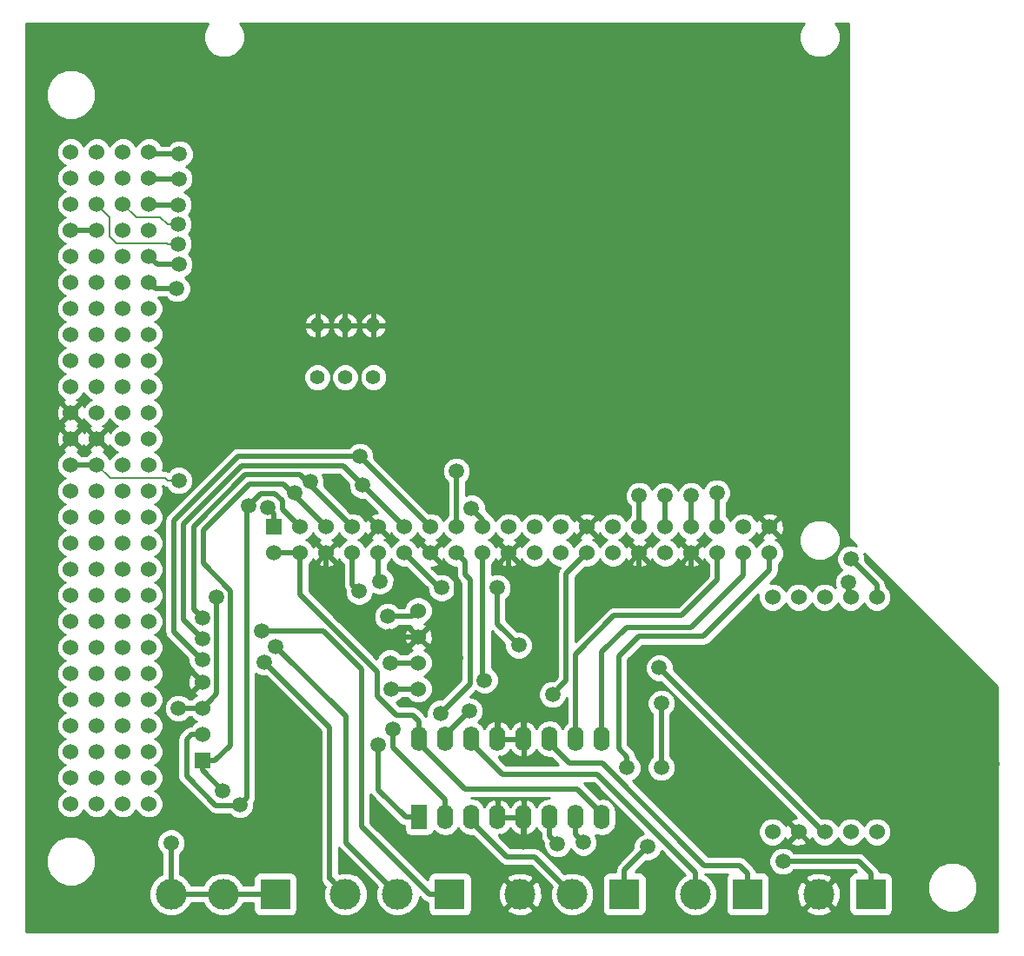
<source format=gbl>
G04 #@! TF.GenerationSoftware,KiCad,Pcbnew,no-vcs-found-0ee38bc~61~ubuntu17.04.1*
G04 #@! TF.CreationDate,2018-06-07T10:33:44-04:00*
G04 #@! TF.ProjectId,Balloon_bus,42616C6C6F6F6E5F6275732E6B696361,rev?*
G04 #@! TF.SameCoordinates,Original*
G04 #@! TF.FileFunction,Copper,L16,Bot,Signal*
G04 #@! TF.FilePolarity,Positive*
%FSLAX46Y46*%
G04 Gerber Fmt 4.6, Leading zero omitted, Abs format (unit mm)*
G04 Created by KiCad (PCBNEW no-vcs-found-0ee38bc~61~ubuntu17.04.1) date Thu Jun  7 10:33:44 2018*
%MOMM*%
%LPD*%
G01*
G04 APERTURE LIST*
%ADD10C,3.000000*%
%ADD11R,3.000000X3.000000*%
%ADD12C,1.524000*%
%ADD13R,1.524000X1.524000*%
%ADD14R,1.600000X2.400000*%
%ADD15O,1.600000X2.400000*%
%ADD16C,1.400000*%
%ADD17O,1.400000X1.400000*%
%ADD18C,1.500000*%
%ADD19C,0.500000*%
%ADD20C,0.210000*%
%ADD21C,0.254000*%
G04 APERTURE END LIST*
D10*
X178420000Y-145500000D03*
D11*
X183500000Y-145500000D03*
D12*
X173634400Y-112271800D03*
X173634400Y-109731800D03*
X171094400Y-112271800D03*
X171094400Y-109731800D03*
X168554400Y-112271800D03*
X168554400Y-109731800D03*
X166014400Y-112271800D03*
X166014400Y-109731800D03*
X163474400Y-112271800D03*
X163474400Y-109731800D03*
X160934400Y-112271800D03*
X160934400Y-109731800D03*
X158394400Y-112271800D03*
X158394400Y-109731800D03*
X155854400Y-112271800D03*
X155854400Y-109731800D03*
X153314400Y-112271800D03*
X153314400Y-109731800D03*
X150774400Y-112271800D03*
X150774400Y-109731800D03*
X148234400Y-112271800D03*
X148234400Y-109731800D03*
X145694400Y-112271800D03*
X145694400Y-109731800D03*
X143154400Y-112271800D03*
X143154400Y-109731800D03*
X140614400Y-112271800D03*
X140614400Y-109731800D03*
X138074400Y-112271800D03*
X138074400Y-109731800D03*
X135534400Y-112271800D03*
X135534400Y-109731800D03*
X132994400Y-112271800D03*
X132994400Y-109731800D03*
X130454400Y-112271800D03*
X130454400Y-109731800D03*
X127914400Y-112271800D03*
X127914400Y-109731800D03*
X125374400Y-112271800D03*
D13*
X125387800Y-109730000D03*
D12*
X105586500Y-73197800D03*
X108126500Y-73197800D03*
X105586500Y-75737800D03*
X108126500Y-75737800D03*
X105586500Y-78277800D03*
X108126500Y-78277800D03*
X105586500Y-80817800D03*
X108126500Y-80817800D03*
X105586500Y-83357800D03*
X108126500Y-83357800D03*
X105586500Y-85897800D03*
X108126500Y-85897800D03*
X105586500Y-88437800D03*
X108126500Y-88437800D03*
X105586500Y-90977800D03*
X108126500Y-90977800D03*
X105586500Y-93517800D03*
X108126500Y-93517800D03*
X105586500Y-96057800D03*
X108126500Y-96057800D03*
X105586500Y-98597800D03*
X108126500Y-98597800D03*
X105586500Y-101137800D03*
X108126500Y-101137800D03*
X105586500Y-103677800D03*
X108126500Y-103677800D03*
X105586500Y-106217800D03*
X108126500Y-106217800D03*
X105586500Y-108757800D03*
X108126500Y-108757800D03*
X105586500Y-111297800D03*
X108126500Y-111297800D03*
X105586500Y-113837800D03*
X108126500Y-113837800D03*
X105586500Y-116377800D03*
X108126500Y-116377800D03*
X105586500Y-118917800D03*
X108126500Y-118917800D03*
X105586500Y-121457800D03*
X108126500Y-121457800D03*
X105586500Y-123997800D03*
X108126500Y-123997800D03*
X105586500Y-126537800D03*
X108126500Y-126537800D03*
X105586500Y-129077800D03*
X108126500Y-129077800D03*
X105586500Y-131617800D03*
X108126500Y-131617800D03*
X105586500Y-134157800D03*
X108126500Y-134157800D03*
X105586500Y-136697800D03*
X108126500Y-136697800D03*
X110666500Y-73197800D03*
X113206500Y-73197800D03*
X110666500Y-75737800D03*
X113206500Y-75737800D03*
X110666500Y-78277800D03*
X113206500Y-78277800D03*
X110666500Y-80817800D03*
X113206500Y-80817800D03*
X110666500Y-83357800D03*
X113206500Y-83357800D03*
X110666500Y-85897800D03*
X113206500Y-85897800D03*
X110666500Y-88437800D03*
X113206500Y-88437800D03*
X110666500Y-90977800D03*
X113206500Y-90977800D03*
X110666500Y-93517800D03*
X113206500Y-93517800D03*
X110666500Y-96057800D03*
X113206500Y-96057800D03*
X110666500Y-98597800D03*
X113206500Y-98597800D03*
X110666500Y-101137800D03*
X113206500Y-101137800D03*
X110666500Y-103677800D03*
X113206500Y-103677800D03*
X110666500Y-106217800D03*
X113206500Y-106217800D03*
X110666500Y-108757800D03*
X113206500Y-108757800D03*
X110666500Y-111297800D03*
X113206500Y-111297800D03*
X110666500Y-113837800D03*
X113206500Y-113837800D03*
X110666500Y-116377800D03*
X113206500Y-116377800D03*
X110666500Y-118917800D03*
X113206500Y-118917800D03*
X110666500Y-121457800D03*
X113206500Y-121457800D03*
X110666500Y-123997800D03*
X113206500Y-123997800D03*
X110666500Y-126537800D03*
X113206500Y-126537800D03*
X110666500Y-129077800D03*
X113206500Y-129077800D03*
X110666500Y-131617800D03*
X113206500Y-131617800D03*
X110666500Y-134157800D03*
X113206500Y-134157800D03*
X110666500Y-136697800D03*
X113206500Y-136697800D03*
D11*
X125500000Y-145500000D03*
D10*
X120420000Y-145500000D03*
X115340000Y-145500000D03*
X132340000Y-145500000D03*
X137420000Y-145500000D03*
D11*
X142500000Y-145500000D03*
X159500000Y-145500000D03*
D10*
X154420000Y-145500000D03*
X149340000Y-145500000D03*
X166420000Y-145500000D03*
D11*
X171500000Y-145500000D03*
D14*
X139500000Y-138000000D03*
D15*
X157280000Y-130380000D03*
X142040000Y-138000000D03*
X154740000Y-130380000D03*
X144580000Y-138000000D03*
X152200000Y-130380000D03*
X147120000Y-138000000D03*
X149660000Y-130380000D03*
X149660000Y-138000000D03*
X147120000Y-130380000D03*
X152200000Y-138000000D03*
X144580000Y-130380000D03*
X154740000Y-138000000D03*
X142040000Y-130380000D03*
X157280000Y-138000000D03*
X139500000Y-130380000D03*
D12*
X173920000Y-139430000D03*
X176460000Y-139430000D03*
X179000000Y-139430000D03*
X181540000Y-139430000D03*
X184080000Y-139430000D03*
X184080000Y-116570000D03*
X181540000Y-116570000D03*
X179000000Y-116570000D03*
X176460000Y-116570000D03*
X173920000Y-116570000D03*
X139420000Y-117890000D03*
X139420000Y-120430000D03*
X139420000Y-122970000D03*
X139420000Y-125510000D03*
D13*
X118380000Y-132510000D03*
D12*
X118380000Y-129950000D03*
X118380000Y-127390000D03*
X118380000Y-124830000D03*
D16*
X129600000Y-95150000D03*
D17*
X129600000Y-90070000D03*
X132300000Y-90070000D03*
D16*
X132300000Y-95150000D03*
X135050000Y-95150000D03*
D17*
X135050000Y-90070000D03*
D18*
X149733000Y-127889000D03*
X147066000Y-127889000D03*
X116300000Y-122750000D03*
X149650000Y-140400000D03*
X130450000Y-115600000D03*
X113000000Y-64550000D03*
X110350000Y-147350000D03*
X102150000Y-98500000D03*
X102150000Y-101150000D03*
X136650000Y-120400000D03*
X143350000Y-140500000D03*
X195300000Y-132800000D03*
X174950000Y-144850000D03*
X160950000Y-116900000D03*
X164450000Y-116850000D03*
X143089303Y-122510697D03*
X150300000Y-115650001D03*
X155900000Y-115650001D03*
X179000000Y-128000000D03*
X143150000Y-104300000D03*
X116050000Y-82150006D03*
X131200000Y-105400000D03*
X168500000Y-106400000D03*
X116150000Y-73400000D03*
X166000000Y-106650000D03*
X116100000Y-75800000D03*
X163450000Y-106650000D03*
X116050000Y-78350000D03*
X160950000Y-106650000D03*
X116050000Y-80250003D03*
X136670000Y-122970000D03*
X120400000Y-135450000D03*
X127367478Y-106405342D03*
X116100000Y-84150003D03*
X136800000Y-125500000D03*
X122050000Y-136800000D03*
X122900000Y-107677998D03*
X115900000Y-86500000D03*
X116050000Y-127400000D03*
X115350000Y-140500000D03*
X124800000Y-107850000D03*
X119750000Y-116600000D03*
X136450000Y-118450000D03*
X144600000Y-107900000D03*
X116100000Y-105200000D03*
X162900000Y-123450000D03*
X135700000Y-115000000D03*
X181550000Y-112850000D03*
X133650000Y-116000000D03*
X181350000Y-115150000D03*
X118392001Y-122616626D03*
X124445647Y-122896095D03*
X133732562Y-102849962D03*
X118392001Y-120643949D03*
X125550000Y-121350000D03*
X134000000Y-105657400D03*
X118392001Y-118550000D03*
X124199999Y-119850000D03*
X128916541Y-105305156D03*
X141687777Y-115650002D03*
X147094400Y-115650001D03*
X149200000Y-121250000D03*
X163100000Y-126900000D03*
X163100000Y-133150000D03*
X161750000Y-140900000D03*
X153000000Y-140600000D03*
X174950000Y-142300000D03*
X145889304Y-124650000D03*
X135550000Y-130950000D03*
X141589950Y-127889950D03*
X136950000Y-129450000D03*
X155490000Y-140450000D03*
X159764950Y-133185050D03*
X144400000Y-127650000D03*
X152500000Y-126050000D03*
X129600000Y-87300000D03*
X132350000Y-87300000D03*
X135050000Y-87300000D03*
D19*
X105586500Y-80817800D02*
X108126500Y-80817800D01*
X149660000Y-130380000D02*
X149660000Y-127962000D01*
X149660000Y-127962000D02*
X149733000Y-127889000D01*
X147120000Y-130380000D02*
X147120000Y-127943000D01*
X147120000Y-127943000D02*
X147066000Y-127889000D01*
X118380000Y-124830000D02*
X116300000Y-122750000D01*
X149660000Y-138000000D02*
X149660000Y-140390000D01*
X149660000Y-140390000D02*
X149650000Y-140400000D01*
X130454400Y-112271800D02*
X130454400Y-115595600D01*
X130454400Y-115595600D02*
X130450000Y-115600000D01*
X139420000Y-120430000D02*
X136680000Y-120430000D01*
X136680000Y-120430000D02*
X136650000Y-120400000D01*
X160934400Y-112271800D02*
X160934400Y-116884400D01*
X160934400Y-116884400D02*
X160950000Y-116900000D01*
X166014400Y-112271800D02*
X166014400Y-115285600D01*
X166014400Y-115285600D02*
X164450000Y-116850000D01*
X143100001Y-122499999D02*
X143089303Y-122510697D01*
X140614400Y-112271800D02*
X143100001Y-114757401D01*
X143100001Y-114757401D02*
X143100001Y-122499999D01*
X148234400Y-112271800D02*
X148234400Y-113584401D01*
X148234400Y-113584401D02*
X150300000Y-115650001D01*
X139500000Y-130780000D02*
X143970000Y-135250000D01*
X139500000Y-130380000D02*
X139500000Y-130780000D01*
X157280000Y-137600000D02*
X157280000Y-138000000D01*
X154930000Y-135250000D02*
X157280000Y-137600000D01*
X143970000Y-135250000D02*
X154930000Y-135250000D01*
X125374400Y-112271800D02*
X127914400Y-112271800D01*
X139500000Y-128680000D02*
X139500000Y-130380000D01*
X127914400Y-112271800D02*
X127914400Y-116341594D01*
X135399999Y-126172001D02*
X137277997Y-128049999D01*
X127914400Y-116341594D02*
X135399999Y-123827193D01*
X137277997Y-128049999D02*
X138869999Y-128049999D01*
X135399999Y-123827193D02*
X135399999Y-126172001D01*
X138869999Y-128049999D02*
X139500000Y-128680000D01*
X143154400Y-109731800D02*
X143154400Y-104304400D01*
X143154400Y-104304400D02*
X143150000Y-104300000D01*
D20*
X114989340Y-82150006D02*
X116050000Y-82150006D01*
X114930133Y-82090799D02*
X114989340Y-82150006D01*
X110064337Y-82090799D02*
X114930133Y-82090799D01*
X109393501Y-81419963D02*
X110064337Y-82090799D01*
X109393501Y-79544801D02*
X109393501Y-81419963D01*
X108126500Y-78277800D02*
X109393501Y-79544801D01*
D19*
X135534400Y-109731800D02*
X131202600Y-105400000D01*
X131202600Y-105400000D02*
X131200000Y-105400000D01*
X168554400Y-109731800D02*
X168554400Y-106454400D01*
X168554400Y-106454400D02*
X168500000Y-106400000D01*
X113408700Y-73400000D02*
X113206500Y-73197800D01*
X116150000Y-73400000D02*
X113408700Y-73400000D01*
X166014400Y-109731800D02*
X166014400Y-106664400D01*
X166014400Y-106664400D02*
X166000000Y-106650000D01*
X113268700Y-75800000D02*
X113206500Y-75737800D01*
X116100000Y-75800000D02*
X113268700Y-75800000D01*
X163474400Y-109731800D02*
X163474400Y-106674400D01*
X163474400Y-106674400D02*
X163450000Y-106650000D01*
X113278700Y-78350000D02*
X113206500Y-78277800D01*
X116050000Y-78350000D02*
X113278700Y-78350000D01*
X160934400Y-109731800D02*
X160934400Y-106665600D01*
X160934400Y-106665600D02*
X160950000Y-106650000D01*
D20*
X114989340Y-80250003D02*
X116050000Y-80250003D01*
X114290136Y-79550799D02*
X114989340Y-80250003D01*
X111939499Y-79550799D02*
X114290136Y-79550799D01*
X110666500Y-78277800D02*
X111939499Y-79550799D01*
D19*
X119642000Y-132510000D02*
X118380000Y-132510000D01*
X121150001Y-131001999D02*
X119642000Y-132510000D01*
X121150001Y-115927999D02*
X121150001Y-131001999D01*
X118492799Y-113270797D02*
X121150001Y-115927999D01*
X118492799Y-110027999D02*
X118492799Y-113270797D01*
X122970809Y-105549989D02*
X118492799Y-110027999D01*
X126272589Y-105549989D02*
X122970809Y-105549989D01*
X139420000Y-122970000D02*
X136670000Y-122970000D01*
X118380000Y-132510000D02*
X118380000Y-133430000D01*
X118380000Y-133430000D02*
X120400000Y-135450000D01*
X127300000Y-106472820D02*
X127367478Y-106405342D01*
X127300000Y-106577400D02*
X126272589Y-105549989D01*
X127300000Y-106577400D02*
X127300000Y-106472820D01*
X130454400Y-109731800D02*
X127300000Y-106577400D01*
X113998703Y-84150003D02*
X113206500Y-83357800D01*
X116100000Y-84150003D02*
X113998703Y-84150003D01*
X139420000Y-125510000D02*
X136810000Y-125510000D01*
X136810000Y-125510000D02*
X136800000Y-125500000D01*
X117302370Y-129950000D02*
X116850000Y-130402370D01*
X118380000Y-129950000D02*
X117302370Y-129950000D01*
X121999999Y-136850001D02*
X122050000Y-136800000D01*
X119727999Y-136850001D02*
X121999999Y-136850001D01*
X116850000Y-130402370D02*
X116850000Y-133972002D01*
X116850000Y-133972002D02*
X119727999Y-136850001D01*
X126200001Y-108017401D02*
X126200001Y-107177999D01*
X127914400Y-109731800D02*
X126200001Y-108017401D01*
X126200001Y-107177999D02*
X125472001Y-106449999D01*
X125472001Y-106449999D02*
X124127999Y-106449999D01*
X122700000Y-107877998D02*
X122700000Y-109250000D01*
X122700000Y-136150000D02*
X122050000Y-136800000D01*
X122700000Y-109250000D02*
X122700000Y-136150000D01*
X123250000Y-107327998D02*
X122700000Y-107877998D01*
X123250000Y-107327998D02*
X122900000Y-107677998D01*
X124127999Y-106449999D02*
X123250000Y-107327998D01*
X113808700Y-86500000D02*
X113206500Y-85897800D01*
X115900000Y-86500000D02*
X113808700Y-86500000D01*
X115340000Y-145500000D02*
X120420000Y-145500000D01*
X120420000Y-145500000D02*
X125500000Y-145500000D01*
X115340000Y-145500000D02*
X115340000Y-140510000D01*
X115340000Y-140510000D02*
X115350000Y-140500000D01*
X105586500Y-103677800D02*
X108126500Y-103677800D01*
X118380000Y-127390000D02*
X116060000Y-127390000D01*
X116060000Y-127390000D02*
X116050000Y-127400000D01*
X125387800Y-109730000D02*
X125387800Y-108437800D01*
X125387800Y-108437800D02*
X124800000Y-107850000D01*
X119141999Y-126628001D02*
X118380000Y-127390000D01*
X119792001Y-117702661D02*
X119792001Y-125977999D01*
X119750000Y-117660660D02*
X119792001Y-117702661D01*
X119792001Y-125977999D02*
X119141999Y-126628001D01*
X119750000Y-116600000D02*
X119750000Y-117660660D01*
X138860000Y-118450000D02*
X139420000Y-117890000D01*
X136450000Y-118450000D02*
X138860000Y-118450000D01*
X145694400Y-108994400D02*
X144600000Y-107900000D01*
X145694400Y-109731800D02*
X145694400Y-108994400D01*
D20*
X115039340Y-105200000D02*
X116100000Y-105200000D01*
X114790139Y-104950799D02*
X115039340Y-105200000D01*
X109399499Y-104950799D02*
X114790139Y-104950799D01*
X108126500Y-103677800D02*
X109399499Y-104950799D01*
D19*
X178880000Y-139430000D02*
X179000000Y-139430000D01*
X162900000Y-123450000D02*
X178880000Y-139430000D01*
X135534400Y-112271800D02*
X135534400Y-114834400D01*
X135534400Y-114834400D02*
X135700000Y-115000000D01*
X184080000Y-115380000D02*
X181550000Y-112850000D01*
X184080000Y-116570000D02*
X184080000Y-115380000D01*
X132994400Y-112271800D02*
X132994400Y-115344400D01*
X132994400Y-115344400D02*
X133650000Y-116000000D01*
X181350000Y-116380000D02*
X181540000Y-116570000D01*
X181350000Y-115150000D02*
X181350000Y-116380000D01*
X121852418Y-102849962D02*
X115600000Y-109102380D01*
X140614400Y-109731800D02*
X133732562Y-102849962D01*
X133732562Y-102849962D02*
X121852418Y-102849962D01*
X118292676Y-122616626D02*
X118392001Y-122616626D01*
X115600000Y-109102380D02*
X115600000Y-119923950D01*
X115600000Y-119923950D02*
X118292676Y-122616626D01*
X130840001Y-144000001D02*
X132340000Y-145500000D01*
X130800000Y-143960000D02*
X130840001Y-144000001D01*
X130800000Y-129250448D02*
X130800000Y-143960000D01*
X124445647Y-122896095D02*
X130800000Y-129250448D01*
X122225215Y-103749971D02*
X116550000Y-109425186D01*
X132092570Y-103749970D02*
X122225215Y-103749971D01*
X116550000Y-109425186D02*
X116550000Y-118801948D01*
X116550000Y-118801948D02*
X118392001Y-120643949D01*
X137420000Y-145500000D02*
X132400000Y-140480000D01*
X132400000Y-128200000D02*
X125550000Y-121350000D01*
X132400000Y-140480000D02*
X132400000Y-128200000D01*
X134000000Y-105657400D02*
X132092570Y-103749970D01*
X138074400Y-109731800D02*
X134000000Y-105657400D01*
X122598012Y-104649980D02*
X117550000Y-109697992D01*
X127912579Y-104649979D02*
X122598012Y-104649980D01*
X117550000Y-109697992D02*
X117550000Y-117707999D01*
X117550000Y-117707999D02*
X118392001Y-118550000D01*
X129850000Y-119850000D02*
X130150000Y-119850000D01*
X124199999Y-119850000D02*
X129850000Y-119850000D01*
X130150000Y-119850000D02*
X133900000Y-123600000D01*
X133900000Y-138900000D02*
X133900000Y-123600000D01*
X140500000Y-145500000D02*
X133900000Y-138900000D01*
X142500000Y-145500000D02*
X140500000Y-145500000D01*
X128761385Y-105150000D02*
X128916541Y-105305156D01*
X128412600Y-105150000D02*
X127912579Y-104649979D01*
X128412600Y-105150000D02*
X128761385Y-105150000D01*
X132994400Y-109731800D02*
X128412600Y-105150000D01*
X138074400Y-112271800D02*
X141452602Y-115650002D01*
X141452602Y-115650002D02*
X141687777Y-115650002D01*
X147094400Y-115650001D02*
X147094400Y-119144400D01*
X147094400Y-119144400D02*
X149200000Y-121250000D01*
X163100000Y-126900000D02*
X163100000Y-133150000D01*
X159500000Y-143150000D02*
X159500000Y-145500000D01*
X161750000Y-140900000D02*
X159500000Y-143150000D01*
X144580000Y-138400000D02*
X148030000Y-141850000D01*
X144580000Y-138000000D02*
X144580000Y-138400000D01*
X150770000Y-141850000D02*
X154420000Y-145500000D01*
X148030000Y-141850000D02*
X150770000Y-141850000D01*
X152200000Y-138000000D02*
X152200000Y-139800000D01*
X152200000Y-139800000D02*
X153000000Y-140600000D01*
X183500000Y-143500000D02*
X183500000Y-145500000D01*
X182300000Y-142300000D02*
X183500000Y-143500000D01*
X174950000Y-142300000D02*
X182300000Y-142300000D01*
X144580000Y-130780000D02*
X147600000Y-133800000D01*
X144580000Y-130380000D02*
X144580000Y-130780000D01*
X166420000Y-143378680D02*
X166420000Y-145500000D01*
X156841320Y-133800000D02*
X166420000Y-143378680D01*
X147600000Y-133800000D02*
X156841320Y-133800000D01*
X171500000Y-143500000D02*
X170700000Y-142700000D01*
X171500000Y-145500000D02*
X171500000Y-143500000D01*
X170700000Y-142700000D02*
X167300000Y-142700000D01*
X167300000Y-142700000D02*
X157350000Y-132750000D01*
X152200000Y-130780000D02*
X152200000Y-130380000D01*
X154170000Y-132750000D02*
X152200000Y-130780000D01*
X157350000Y-132750000D02*
X154170000Y-132750000D01*
X145694400Y-112271800D02*
X145694400Y-124455096D01*
X145694400Y-124455096D02*
X145889304Y-124650000D01*
X135550000Y-135350000D02*
X138200000Y-138000000D01*
X138200000Y-138000000D02*
X139500000Y-138000000D01*
X135550000Y-130950000D02*
X135550000Y-135350000D01*
X171094400Y-112271800D02*
X171094400Y-114405600D01*
X171094400Y-114405600D02*
X166000000Y-119500000D01*
X166000000Y-119500000D02*
X159700000Y-119500000D01*
X157280000Y-121920000D02*
X157280000Y-130380000D01*
X159700000Y-119500000D02*
X157280000Y-121920000D01*
X144000011Y-113117411D02*
X144000011Y-114384605D01*
X143154400Y-112271800D02*
X144000011Y-113117411D01*
X144489304Y-124990596D02*
X141589950Y-127889950D01*
X144000011Y-114384605D02*
X144489304Y-114873898D01*
X144489304Y-114873898D02*
X144489304Y-124990596D01*
X136950000Y-130510660D02*
X136950000Y-129450000D01*
X136950000Y-131210000D02*
X136950000Y-130510660D01*
X142040000Y-136300000D02*
X136950000Y-131210000D01*
X142040000Y-138000000D02*
X142040000Y-136300000D01*
X168554400Y-112271800D02*
X168554400Y-114895600D01*
X168554400Y-114895600D02*
X165100000Y-118350000D01*
X165100000Y-118350000D02*
X158500000Y-118350000D01*
X154740000Y-122110000D02*
X154740000Y-130380000D01*
X158500000Y-118350000D02*
X154740000Y-122110000D01*
X154740000Y-139700000D02*
X155490000Y-140450000D01*
X154740000Y-138000000D02*
X154740000Y-139700000D01*
X160877988Y-120400010D02*
X167199990Y-120400010D01*
X158949999Y-122327999D02*
X160877988Y-120400010D01*
X158949999Y-131309439D02*
X158949999Y-122327999D01*
X159764950Y-133185050D02*
X159764950Y-132124390D01*
X159764950Y-132124390D02*
X158949999Y-131309439D01*
X173634400Y-113965600D02*
X173634400Y-112271800D01*
X167199990Y-120400010D02*
X173634400Y-113965600D01*
X142040000Y-130380000D02*
X142040000Y-130010000D01*
X142040000Y-130010000D02*
X144400000Y-127650000D01*
X153249999Y-125300001D02*
X152500000Y-126050000D01*
X153839991Y-124710009D02*
X153249999Y-125300001D01*
X153839991Y-114286209D02*
X153839991Y-124710009D01*
X155854400Y-112271800D02*
X153839991Y-114286209D01*
D21*
G36*
X118814799Y-60859940D02*
X118508150Y-61598432D01*
X118507452Y-62398060D01*
X118812812Y-63137086D01*
X119377740Y-63703001D01*
X120116232Y-64009650D01*
X120915860Y-64010348D01*
X121654886Y-63704988D01*
X122220801Y-63140060D01*
X122527450Y-62401568D01*
X122528148Y-61601940D01*
X122222788Y-60862914D01*
X122070540Y-60710400D01*
X176964600Y-60710400D01*
X176814799Y-60859940D01*
X176508150Y-61598432D01*
X176507452Y-62398060D01*
X176812812Y-63137086D01*
X177377740Y-63703001D01*
X178116232Y-64009650D01*
X178915860Y-64010348D01*
X179654886Y-63704988D01*
X180220801Y-63140060D01*
X180527450Y-62401568D01*
X180528148Y-61601940D01*
X180222788Y-60862914D01*
X180070540Y-60710400D01*
X181290000Y-60710400D01*
X181290000Y-110500000D01*
X181344046Y-110771705D01*
X181497954Y-111002046D01*
X182056619Y-111560711D01*
X181826702Y-111465241D01*
X181275715Y-111464760D01*
X180766485Y-111675169D01*
X180376539Y-112064436D01*
X180165241Y-112573298D01*
X180164760Y-113124285D01*
X180375169Y-113633515D01*
X180672500Y-113931365D01*
X180566485Y-113975169D01*
X180176539Y-114364436D01*
X179965241Y-114873298D01*
X179964760Y-115424285D01*
X180059778Y-115654246D01*
X179792370Y-115386371D01*
X179279100Y-115173243D01*
X178723339Y-115172758D01*
X178209697Y-115384990D01*
X177816371Y-115777630D01*
X177730051Y-115985512D01*
X177645010Y-115779697D01*
X177252370Y-115386371D01*
X176739100Y-115173243D01*
X176183339Y-115172758D01*
X175669697Y-115384990D01*
X175276371Y-115777630D01*
X175190051Y-115985512D01*
X175105010Y-115779697D01*
X174712370Y-115386371D01*
X174199100Y-115173243D01*
X173678790Y-115172789D01*
X174260187Y-114591392D01*
X174260190Y-114591390D01*
X174452033Y-114304275D01*
X174471062Y-114208610D01*
X174519401Y-113965600D01*
X174519400Y-113965595D01*
X174519400Y-113362278D01*
X174818029Y-113064170D01*
X175031157Y-112550900D01*
X175031642Y-111995139D01*
X174819410Y-111481497D01*
X174736119Y-111398060D01*
X176507452Y-111398060D01*
X176812812Y-112137086D01*
X177377740Y-112703001D01*
X178116232Y-113009650D01*
X178915860Y-113010348D01*
X179654886Y-112704988D01*
X180220801Y-112140060D01*
X180527450Y-111401568D01*
X180528148Y-110601940D01*
X180222788Y-109862914D01*
X179657860Y-109296999D01*
X178919368Y-108990350D01*
X178119740Y-108989652D01*
X177380714Y-109295012D01*
X176814799Y-109859940D01*
X176508150Y-110598432D01*
X176507452Y-111398060D01*
X174736119Y-111398060D01*
X174426770Y-111088171D01*
X174234673Y-111008405D01*
X174365543Y-110954197D01*
X174435008Y-110712013D01*
X173634400Y-109911405D01*
X172833792Y-110712013D01*
X172903257Y-110954197D01*
X173043718Y-111004309D01*
X172844097Y-111086790D01*
X172450771Y-111479430D01*
X172364451Y-111687312D01*
X172279410Y-111481497D01*
X171886770Y-111088171D01*
X171678888Y-111001851D01*
X171884703Y-110916810D01*
X172278029Y-110524170D01*
X172357795Y-110332073D01*
X172412003Y-110462943D01*
X172654187Y-110532408D01*
X173454795Y-109731800D01*
X173814005Y-109731800D01*
X174614613Y-110532408D01*
X174856797Y-110462943D01*
X175043544Y-109939498D01*
X175015762Y-109384432D01*
X174856797Y-109000657D01*
X174614613Y-108931192D01*
X173814005Y-109731800D01*
X173454795Y-109731800D01*
X172654187Y-108931192D01*
X172412003Y-109000657D01*
X172361891Y-109141118D01*
X172279410Y-108941497D01*
X172089832Y-108751587D01*
X172833792Y-108751587D01*
X173634400Y-109552195D01*
X174435008Y-108751587D01*
X174365543Y-108509403D01*
X173842098Y-108322656D01*
X173287032Y-108350438D01*
X172903257Y-108509403D01*
X172833792Y-108751587D01*
X172089832Y-108751587D01*
X171886770Y-108548171D01*
X171373500Y-108335043D01*
X170817739Y-108334558D01*
X170304097Y-108546790D01*
X169910771Y-108939430D01*
X169824451Y-109147312D01*
X169739410Y-108941497D01*
X169439400Y-108640963D01*
X169439400Y-107419217D01*
X169673461Y-107185564D01*
X169884759Y-106676702D01*
X169885240Y-106125715D01*
X169674831Y-105616485D01*
X169285564Y-105226539D01*
X168776702Y-105015241D01*
X168225715Y-105014760D01*
X167716485Y-105225169D01*
X167326539Y-105614436D01*
X167198297Y-105923277D01*
X167174831Y-105866485D01*
X166785564Y-105476539D01*
X166276702Y-105265241D01*
X165725715Y-105264760D01*
X165216485Y-105475169D01*
X164826539Y-105864436D01*
X164725012Y-106108941D01*
X164624831Y-105866485D01*
X164235564Y-105476539D01*
X163726702Y-105265241D01*
X163175715Y-105264760D01*
X162666485Y-105475169D01*
X162276539Y-105864436D01*
X162200073Y-106048586D01*
X162124831Y-105866485D01*
X161735564Y-105476539D01*
X161226702Y-105265241D01*
X160675715Y-105264760D01*
X160166485Y-105475169D01*
X159776539Y-105864436D01*
X159565241Y-106373298D01*
X159564760Y-106924285D01*
X159775169Y-107433515D01*
X160049400Y-107708224D01*
X160049400Y-108641322D01*
X159750771Y-108939430D01*
X159664451Y-109147312D01*
X159579410Y-108941497D01*
X159186770Y-108548171D01*
X158673500Y-108335043D01*
X158117739Y-108334558D01*
X157604097Y-108546790D01*
X157210771Y-108939430D01*
X157131005Y-109131527D01*
X157076797Y-109000657D01*
X156834613Y-108931192D01*
X156034005Y-109731800D01*
X156834613Y-110532408D01*
X157076797Y-110462943D01*
X157126909Y-110322482D01*
X157209390Y-110522103D01*
X157602030Y-110915429D01*
X157809912Y-111001749D01*
X157604097Y-111086790D01*
X157210771Y-111479430D01*
X157124451Y-111687312D01*
X157039410Y-111481497D01*
X156646770Y-111088171D01*
X156454673Y-111008405D01*
X156585543Y-110954197D01*
X156655008Y-110712013D01*
X155854400Y-109911405D01*
X155053792Y-110712013D01*
X155123257Y-110954197D01*
X155263718Y-111004309D01*
X155064097Y-111086790D01*
X154670771Y-111479430D01*
X154584451Y-111687312D01*
X154499410Y-111481497D01*
X154106770Y-111088171D01*
X153898888Y-111001851D01*
X154104703Y-110916810D01*
X154498029Y-110524170D01*
X154577795Y-110332073D01*
X154632003Y-110462943D01*
X154874187Y-110532408D01*
X155674795Y-109731800D01*
X154874187Y-108931192D01*
X154632003Y-109000657D01*
X154581891Y-109141118D01*
X154499410Y-108941497D01*
X154309832Y-108751587D01*
X155053792Y-108751587D01*
X155854400Y-109552195D01*
X156655008Y-108751587D01*
X156585543Y-108509403D01*
X156062098Y-108322656D01*
X155507032Y-108350438D01*
X155123257Y-108509403D01*
X155053792Y-108751587D01*
X154309832Y-108751587D01*
X154106770Y-108548171D01*
X153593500Y-108335043D01*
X153037739Y-108334558D01*
X152524097Y-108546790D01*
X152130771Y-108939430D01*
X152044451Y-109147312D01*
X151959410Y-108941497D01*
X151566770Y-108548171D01*
X151053500Y-108335043D01*
X150497739Y-108334558D01*
X149984097Y-108546790D01*
X149590771Y-108939430D01*
X149504451Y-109147312D01*
X149419410Y-108941497D01*
X149026770Y-108548171D01*
X148513500Y-108335043D01*
X147957739Y-108334558D01*
X147444097Y-108546790D01*
X147050771Y-108939430D01*
X146964451Y-109147312D01*
X146879410Y-108941497D01*
X146486770Y-108548171D01*
X146422274Y-108521390D01*
X146320190Y-108368610D01*
X146320187Y-108368608D01*
X145984884Y-108033305D01*
X145985240Y-107625715D01*
X145774831Y-107116485D01*
X145385564Y-106726539D01*
X144876702Y-106515241D01*
X144325715Y-106514760D01*
X144039400Y-106633063D01*
X144039400Y-105369130D01*
X144323461Y-105085564D01*
X144534759Y-104576702D01*
X144535240Y-104025715D01*
X144324831Y-103516485D01*
X143935564Y-103126539D01*
X143426702Y-102915241D01*
X142875715Y-102914760D01*
X142366485Y-103125169D01*
X141976539Y-103514436D01*
X141765241Y-104023298D01*
X141764760Y-104574285D01*
X141975169Y-105083515D01*
X142269400Y-105378259D01*
X142269400Y-108641322D01*
X141970771Y-108939430D01*
X141884451Y-109147312D01*
X141799410Y-108941497D01*
X141406770Y-108548171D01*
X140893500Y-108335043D01*
X140468852Y-108334672D01*
X135117446Y-102983266D01*
X135117802Y-102575677D01*
X134907393Y-102066447D01*
X134518126Y-101676501D01*
X134009264Y-101465203D01*
X133458277Y-101464722D01*
X132949047Y-101675131D01*
X132658710Y-101964962D01*
X121852418Y-101964962D01*
X121513743Y-102032329D01*
X121226628Y-102224172D01*
X121226626Y-102224175D01*
X114974210Y-108476590D01*
X114782367Y-108763705D01*
X114782367Y-108763706D01*
X114714999Y-109102380D01*
X114715000Y-109102385D01*
X114715000Y-119923945D01*
X114714999Y-119923950D01*
X114755330Y-120126702D01*
X114782367Y-120262625D01*
X114962602Y-120532367D01*
X114974210Y-120549740D01*
X117007030Y-122582559D01*
X117006761Y-122890911D01*
X117217170Y-123400141D01*
X117598730Y-123782367D01*
X117579392Y-123849787D01*
X118380000Y-124650395D01*
X118394143Y-124636253D01*
X118573748Y-124815858D01*
X118559605Y-124830000D01*
X118573748Y-124844143D01*
X118394143Y-125023748D01*
X118380000Y-125009605D01*
X117579392Y-125810213D01*
X117648857Y-126052397D01*
X117815293Y-126111776D01*
X117589697Y-126204990D01*
X117289163Y-126505000D01*
X117113540Y-126505000D01*
X116835564Y-126226539D01*
X116326702Y-126015241D01*
X115775715Y-126014760D01*
X115266485Y-126225169D01*
X114876539Y-126614436D01*
X114665241Y-127123298D01*
X114664760Y-127674285D01*
X114875169Y-128183515D01*
X115264436Y-128573461D01*
X115773298Y-128784759D01*
X116324285Y-128785240D01*
X116833515Y-128574831D01*
X117133869Y-128275000D01*
X117289522Y-128275000D01*
X117587630Y-128573629D01*
X117819654Y-128669974D01*
X117589697Y-128764990D01*
X117285877Y-129068280D01*
X117019886Y-129121190D01*
X116963695Y-129132367D01*
X116676580Y-129324210D01*
X116676578Y-129324213D01*
X116224210Y-129776580D01*
X116032367Y-130063695D01*
X116031495Y-130068081D01*
X115964999Y-130402370D01*
X115965000Y-130402375D01*
X115965000Y-133971997D01*
X115964999Y-133972002D01*
X115998153Y-134138674D01*
X116032367Y-134310677D01*
X116205834Y-134570290D01*
X116224210Y-134597792D01*
X119102207Y-137475788D01*
X119102209Y-137475791D01*
X119314492Y-137617633D01*
X119389324Y-137667634D01*
X119727999Y-137735002D01*
X119728004Y-137735001D01*
X121026391Y-137735001D01*
X121264436Y-137973461D01*
X121773298Y-138184759D01*
X122324285Y-138185240D01*
X122833515Y-137974831D01*
X123223461Y-137585564D01*
X123434759Y-137076702D01*
X123435165Y-136612098D01*
X123517633Y-136488675D01*
X123555163Y-136300000D01*
X123585001Y-136150000D01*
X123585000Y-136149995D01*
X123585000Y-123994342D01*
X123660083Y-124069556D01*
X124168945Y-124280854D01*
X124579184Y-124281212D01*
X129915000Y-129617027D01*
X129915000Y-143959995D01*
X129914999Y-143960000D01*
X129962006Y-144196313D01*
X129982367Y-144298675D01*
X130040048Y-144385001D01*
X130174210Y-144585790D01*
X130214209Y-144625788D01*
X130214211Y-144625791D01*
X130339313Y-144750893D01*
X130205372Y-145073459D01*
X130204630Y-145922815D01*
X130528980Y-146707800D01*
X131129041Y-147308909D01*
X131913459Y-147634628D01*
X132762815Y-147635370D01*
X133547800Y-147311020D01*
X134148909Y-146710959D01*
X134474628Y-145926541D01*
X134475370Y-145077185D01*
X134151020Y-144292200D01*
X133550959Y-143691091D01*
X132766541Y-143365372D01*
X131917185Y-143364630D01*
X131685000Y-143460567D01*
X131685000Y-140972277D01*
X131774210Y-141105790D01*
X135419313Y-144750893D01*
X135285372Y-145073459D01*
X135284630Y-145922815D01*
X135608980Y-146707800D01*
X136209041Y-147308909D01*
X136993459Y-147634628D01*
X137842815Y-147635370D01*
X138627800Y-147311020D01*
X139228909Y-146710959D01*
X139554628Y-145926541D01*
X139554733Y-145806312D01*
X139874208Y-146125787D01*
X139874210Y-146125790D01*
X139990234Y-146203314D01*
X140161326Y-146317634D01*
X140352560Y-146355673D01*
X140352560Y-147000000D01*
X140401843Y-147247765D01*
X140542191Y-147457809D01*
X140752235Y-147598157D01*
X141000000Y-147647440D01*
X144000000Y-147647440D01*
X144247765Y-147598157D01*
X144457809Y-147457809D01*
X144598157Y-147247765D01*
X144644661Y-147013970D01*
X148005635Y-147013970D01*
X148165418Y-147332739D01*
X148956187Y-147642723D01*
X149805387Y-147626497D01*
X150514582Y-147332739D01*
X150674365Y-147013970D01*
X149340000Y-145679605D01*
X148005635Y-147013970D01*
X144644661Y-147013970D01*
X144647440Y-147000000D01*
X144647440Y-145116187D01*
X147197277Y-145116187D01*
X147213503Y-145965387D01*
X147507261Y-146674582D01*
X147826030Y-146834365D01*
X149160395Y-145500000D01*
X149519605Y-145500000D01*
X150853970Y-146834365D01*
X151172739Y-146674582D01*
X151482723Y-145883813D01*
X151466497Y-145034613D01*
X151172739Y-144325418D01*
X150853970Y-144165635D01*
X149519605Y-145500000D01*
X149160395Y-145500000D01*
X147826030Y-144165635D01*
X147507261Y-144325418D01*
X147197277Y-145116187D01*
X144647440Y-145116187D01*
X144647440Y-144000000D01*
X144644662Y-143986030D01*
X148005635Y-143986030D01*
X149340000Y-145320395D01*
X150674365Y-143986030D01*
X150514582Y-143667261D01*
X149723813Y-143357277D01*
X148874613Y-143373503D01*
X148165418Y-143667261D01*
X148005635Y-143986030D01*
X144644662Y-143986030D01*
X144598157Y-143752235D01*
X144457809Y-143542191D01*
X144247765Y-143401843D01*
X144000000Y-143352560D01*
X141000000Y-143352560D01*
X140752235Y-143401843D01*
X140542191Y-143542191D01*
X140401843Y-143752235D01*
X140352560Y-144000000D01*
X140352560Y-144100981D01*
X134785000Y-138533420D01*
X134785000Y-135767446D01*
X134924210Y-135975790D01*
X137574208Y-138625787D01*
X137574210Y-138625790D01*
X137861325Y-138817633D01*
X137917516Y-138828810D01*
X138052560Y-138855673D01*
X138052560Y-139200000D01*
X138101843Y-139447765D01*
X138242191Y-139657809D01*
X138452235Y-139798157D01*
X138700000Y-139847440D01*
X140300000Y-139847440D01*
X140547765Y-139798157D01*
X140757809Y-139657809D01*
X140898157Y-139447765D01*
X140926882Y-139303352D01*
X141025302Y-139450648D01*
X141490849Y-139761717D01*
X142040000Y-139870950D01*
X142589151Y-139761717D01*
X143054698Y-139450648D01*
X143310000Y-139068562D01*
X143565302Y-139450648D01*
X144030849Y-139761717D01*
X144580000Y-139870950D01*
X144762974Y-139834554D01*
X147404208Y-142475787D01*
X147404210Y-142475790D01*
X147691325Y-142667633D01*
X147747516Y-142678810D01*
X148030000Y-142735001D01*
X148030005Y-142735000D01*
X150403420Y-142735000D01*
X152419313Y-144750893D01*
X152285372Y-145073459D01*
X152284630Y-145922815D01*
X152608980Y-146707800D01*
X153209041Y-147308909D01*
X153993459Y-147634628D01*
X154842815Y-147635370D01*
X155627800Y-147311020D01*
X156228909Y-146710959D01*
X156554628Y-145926541D01*
X156555370Y-145077185D01*
X156231020Y-144292200D01*
X155630959Y-143691091D01*
X154846541Y-143365372D01*
X153997185Y-143364630D01*
X153670991Y-143499411D01*
X151395790Y-141224210D01*
X151324689Y-141176702D01*
X151108675Y-141032367D01*
X151052484Y-141021190D01*
X150770000Y-140964999D01*
X150769995Y-140965000D01*
X148396579Y-140965000D01*
X147247002Y-139815423D01*
X147247002Y-139669916D01*
X147469039Y-139791904D01*
X147551819Y-139774367D01*
X148044896Y-139504500D01*
X148390000Y-139075393D01*
X148735104Y-139504500D01*
X149228181Y-139774367D01*
X149310961Y-139791904D01*
X149533000Y-139669915D01*
X149533000Y-138127000D01*
X147247000Y-138127000D01*
X147247000Y-138147000D01*
X146993000Y-138147000D01*
X146993000Y-138127000D01*
X146973000Y-138127000D01*
X146973000Y-137873000D01*
X146993000Y-137873000D01*
X146993000Y-136330085D01*
X147247000Y-136330085D01*
X147247000Y-137873000D01*
X149533000Y-137873000D01*
X149533000Y-136330085D01*
X149310961Y-136208096D01*
X149228181Y-136225633D01*
X148735104Y-136495500D01*
X148390000Y-136924607D01*
X148044896Y-136495500D01*
X147551819Y-136225633D01*
X147469039Y-136208096D01*
X147247000Y-136330085D01*
X146993000Y-136330085D01*
X146770961Y-136208096D01*
X146688181Y-136225633D01*
X146195104Y-136495500D01*
X145847507Y-136927707D01*
X145594698Y-136549352D01*
X145129151Y-136238283D01*
X144609913Y-136135000D01*
X152170087Y-136135000D01*
X151650849Y-136238283D01*
X151185302Y-136549352D01*
X150932493Y-136927707D01*
X150584896Y-136495500D01*
X150091819Y-136225633D01*
X150009039Y-136208096D01*
X149787000Y-136330085D01*
X149787000Y-137873000D01*
X149807000Y-137873000D01*
X149807000Y-138127000D01*
X149787000Y-138127000D01*
X149787000Y-139669915D01*
X150009039Y-139791904D01*
X150091819Y-139774367D01*
X150584896Y-139504500D01*
X150932493Y-139072293D01*
X151185302Y-139450648D01*
X151315000Y-139537310D01*
X151315000Y-139799995D01*
X151314999Y-139800000D01*
X151331750Y-139884210D01*
X151382367Y-140138675D01*
X151507393Y-140325790D01*
X151574210Y-140425790D01*
X151615116Y-140466696D01*
X151614760Y-140874285D01*
X151825169Y-141383515D01*
X152214436Y-141773461D01*
X152723298Y-141984759D01*
X153274285Y-141985240D01*
X153783515Y-141774831D01*
X154173461Y-141385564D01*
X154275980Y-141138671D01*
X154315169Y-141233515D01*
X154704436Y-141623461D01*
X155213298Y-141834759D01*
X155764285Y-141835240D01*
X156273515Y-141624831D01*
X156663461Y-141235564D01*
X156874759Y-140726702D01*
X156875240Y-140175715D01*
X156694009Y-139737101D01*
X156730849Y-139761717D01*
X157280000Y-139870950D01*
X157829151Y-139761717D01*
X158294698Y-139450648D01*
X158605767Y-138985101D01*
X158715000Y-138435950D01*
X158715000Y-137564050D01*
X158605767Y-137014899D01*
X158294698Y-136549352D01*
X157829151Y-136238283D01*
X157280000Y-136129050D01*
X157097025Y-136165446D01*
X155616580Y-134685000D01*
X156474740Y-134685000D01*
X161354560Y-139564820D01*
X160966485Y-139725169D01*
X160576539Y-140114436D01*
X160365241Y-140623298D01*
X160364883Y-141033538D01*
X158874210Y-142524210D01*
X158682367Y-142811325D01*
X158682367Y-142811326D01*
X158614999Y-143150000D01*
X158615000Y-143150005D01*
X158615000Y-143352560D01*
X158000000Y-143352560D01*
X157752235Y-143401843D01*
X157542191Y-143542191D01*
X157401843Y-143752235D01*
X157352560Y-144000000D01*
X157352560Y-147000000D01*
X157401843Y-147247765D01*
X157542191Y-147457809D01*
X157752235Y-147598157D01*
X158000000Y-147647440D01*
X161000000Y-147647440D01*
X161247765Y-147598157D01*
X161457809Y-147457809D01*
X161598157Y-147247765D01*
X161647440Y-147000000D01*
X161647440Y-144000000D01*
X161598157Y-143752235D01*
X161457809Y-143542191D01*
X161247765Y-143401843D01*
X161000000Y-143352560D01*
X160549020Y-143352560D01*
X161616695Y-142284884D01*
X162024285Y-142285240D01*
X162533515Y-142074831D01*
X162923461Y-141685564D01*
X163085374Y-141295634D01*
X165400795Y-143611054D01*
X165212200Y-143688980D01*
X164611091Y-144289041D01*
X164285372Y-145073459D01*
X164284630Y-145922815D01*
X164608980Y-146707800D01*
X165209041Y-147308909D01*
X165993459Y-147634628D01*
X166842815Y-147635370D01*
X167627800Y-147311020D01*
X168228909Y-146710959D01*
X168554628Y-145926541D01*
X168555370Y-145077185D01*
X168231020Y-144292200D01*
X167630959Y-143691091D01*
X167375464Y-143585000D01*
X169513587Y-143585000D01*
X169401843Y-143752235D01*
X169352560Y-144000000D01*
X169352560Y-147000000D01*
X169401843Y-147247765D01*
X169542191Y-147457809D01*
X169752235Y-147598157D01*
X170000000Y-147647440D01*
X173000000Y-147647440D01*
X173247765Y-147598157D01*
X173457809Y-147457809D01*
X173598157Y-147247765D01*
X173644661Y-147013970D01*
X177085635Y-147013970D01*
X177245418Y-147332739D01*
X178036187Y-147642723D01*
X178885387Y-147626497D01*
X179594582Y-147332739D01*
X179754365Y-147013970D01*
X178420000Y-145679605D01*
X177085635Y-147013970D01*
X173644661Y-147013970D01*
X173647440Y-147000000D01*
X173647440Y-145116187D01*
X176277277Y-145116187D01*
X176293503Y-145965387D01*
X176587261Y-146674582D01*
X176906030Y-146834365D01*
X178240395Y-145500000D01*
X178599605Y-145500000D01*
X179933970Y-146834365D01*
X180252739Y-146674582D01*
X180562723Y-145883813D01*
X180546497Y-145034613D01*
X180252739Y-144325418D01*
X179933970Y-144165635D01*
X178599605Y-145500000D01*
X178240395Y-145500000D01*
X176906030Y-144165635D01*
X176587261Y-144325418D01*
X176277277Y-145116187D01*
X173647440Y-145116187D01*
X173647440Y-144000000D01*
X173644662Y-143986030D01*
X177085635Y-143986030D01*
X178420000Y-145320395D01*
X179754365Y-143986030D01*
X179594582Y-143667261D01*
X178803813Y-143357277D01*
X177954613Y-143373503D01*
X177245418Y-143667261D01*
X177085635Y-143986030D01*
X173644662Y-143986030D01*
X173598157Y-143752235D01*
X173457809Y-143542191D01*
X173247765Y-143401843D01*
X173000000Y-143352560D01*
X172355673Y-143352560D01*
X172317633Y-143161326D01*
X172317633Y-143161325D01*
X172125790Y-142874210D01*
X172125787Y-142874208D01*
X171825865Y-142574285D01*
X173564760Y-142574285D01*
X173775169Y-143083515D01*
X174164436Y-143473461D01*
X174673298Y-143684759D01*
X175224285Y-143685240D01*
X175733515Y-143474831D01*
X176023852Y-143185000D01*
X181933420Y-143185000D01*
X182100980Y-143352560D01*
X182000000Y-143352560D01*
X181752235Y-143401843D01*
X181542191Y-143542191D01*
X181401843Y-143752235D01*
X181352560Y-144000000D01*
X181352560Y-147000000D01*
X181401843Y-147247765D01*
X181542191Y-147457809D01*
X181752235Y-147598157D01*
X182000000Y-147647440D01*
X185000000Y-147647440D01*
X185247765Y-147598157D01*
X185457809Y-147457809D01*
X185598157Y-147247765D01*
X185647440Y-147000000D01*
X185647440Y-145308026D01*
X189003079Y-145308026D01*
X189373004Y-146203314D01*
X190057383Y-146888888D01*
X190952024Y-147260376D01*
X191920726Y-147261221D01*
X192816014Y-146891296D01*
X193501588Y-146206917D01*
X193873076Y-145312276D01*
X193873921Y-144343574D01*
X193503996Y-143448286D01*
X192819617Y-142762712D01*
X191924976Y-142391224D01*
X190956274Y-142390379D01*
X190060986Y-142760304D01*
X189375412Y-143444683D01*
X189003924Y-144339324D01*
X189003079Y-145308026D01*
X185647440Y-145308026D01*
X185647440Y-144000000D01*
X185598157Y-143752235D01*
X185457809Y-143542191D01*
X185247765Y-143401843D01*
X185000000Y-143352560D01*
X184355673Y-143352560D01*
X184317633Y-143161325D01*
X184235681Y-143038675D01*
X184125790Y-142874210D01*
X184125787Y-142874208D01*
X182925790Y-141674210D01*
X182924669Y-141673461D01*
X182638675Y-141482367D01*
X182582484Y-141471190D01*
X182300000Y-141414999D01*
X182299995Y-141415000D01*
X176023523Y-141415000D01*
X175735564Y-141126539D01*
X175226702Y-140915241D01*
X174675715Y-140914760D01*
X174166485Y-141125169D01*
X173776539Y-141514436D01*
X173565241Y-142023298D01*
X173564760Y-142574285D01*
X171825865Y-142574285D01*
X171325790Y-142074210D01*
X171324669Y-142073461D01*
X171038675Y-141882367D01*
X170982484Y-141871190D01*
X170700000Y-141814999D01*
X170699995Y-141815000D01*
X167666579Y-141815000D01*
X165558241Y-139706661D01*
X172522758Y-139706661D01*
X172734990Y-140220303D01*
X173127630Y-140613629D01*
X173640900Y-140826757D01*
X174196661Y-140827242D01*
X174710303Y-140615010D01*
X174915457Y-140410213D01*
X175659392Y-140410213D01*
X175728857Y-140652397D01*
X176252302Y-140839144D01*
X176807368Y-140811362D01*
X177191143Y-140652397D01*
X177260608Y-140410213D01*
X176460000Y-139609605D01*
X175659392Y-140410213D01*
X174915457Y-140410213D01*
X175103629Y-140222370D01*
X175183395Y-140030273D01*
X175237603Y-140161143D01*
X175479787Y-140230608D01*
X176280395Y-139430000D01*
X175479787Y-138629392D01*
X175237603Y-138698857D01*
X175187491Y-138839318D01*
X175105010Y-138639697D01*
X174712370Y-138246371D01*
X174199100Y-138033243D01*
X173643339Y-138032758D01*
X173129697Y-138244990D01*
X172736371Y-138637630D01*
X172523243Y-139150900D01*
X172522758Y-139706661D01*
X165558241Y-139706661D01*
X160309995Y-134458415D01*
X160548465Y-134359881D01*
X160938411Y-133970614D01*
X161149709Y-133461752D01*
X161150190Y-132910765D01*
X160939781Y-132401535D01*
X160646674Y-132107917D01*
X160591521Y-131830648D01*
X160582583Y-131785715D01*
X160390740Y-131498600D01*
X160390737Y-131498598D01*
X159834999Y-130942859D01*
X159834999Y-127174285D01*
X161714760Y-127174285D01*
X161925169Y-127683515D01*
X162215000Y-127973852D01*
X162215000Y-132076477D01*
X161926539Y-132364436D01*
X161715241Y-132873298D01*
X161714760Y-133424285D01*
X161925169Y-133933515D01*
X162314436Y-134323461D01*
X162823298Y-134534759D01*
X163374285Y-134535240D01*
X163883515Y-134324831D01*
X164273461Y-133935564D01*
X164484759Y-133426702D01*
X164485240Y-132875715D01*
X164274831Y-132366485D01*
X163985000Y-132076148D01*
X163985000Y-127973523D01*
X164273461Y-127685564D01*
X164484759Y-127176702D01*
X164485240Y-126625715D01*
X164274831Y-126116485D01*
X163885564Y-125726539D01*
X163376702Y-125515241D01*
X162825715Y-125514760D01*
X162316485Y-125725169D01*
X161926539Y-126114436D01*
X161715241Y-126623298D01*
X161714760Y-127174285D01*
X159834999Y-127174285D01*
X159834999Y-123724285D01*
X161514760Y-123724285D01*
X161725169Y-124233515D01*
X162114436Y-124623461D01*
X162623298Y-124834759D01*
X163033537Y-124835117D01*
X176240651Y-138042230D01*
X176112632Y-138048638D01*
X175728857Y-138207603D01*
X175659392Y-138449787D01*
X176460000Y-139250395D01*
X176474143Y-139236253D01*
X176653748Y-139415858D01*
X176639605Y-139430000D01*
X177440213Y-140230608D01*
X177682397Y-140161143D01*
X177732509Y-140020682D01*
X177814990Y-140220303D01*
X178207630Y-140613629D01*
X178720900Y-140826757D01*
X179276661Y-140827242D01*
X179790303Y-140615010D01*
X180183629Y-140222370D01*
X180269949Y-140014488D01*
X180354990Y-140220303D01*
X180747630Y-140613629D01*
X181260900Y-140826757D01*
X181816661Y-140827242D01*
X182330303Y-140615010D01*
X182723629Y-140222370D01*
X182809949Y-140014488D01*
X182894990Y-140220303D01*
X183287630Y-140613629D01*
X183800900Y-140826757D01*
X184356661Y-140827242D01*
X184870303Y-140615010D01*
X185263629Y-140222370D01*
X185476757Y-139709100D01*
X185477242Y-139153339D01*
X185265010Y-138639697D01*
X184872370Y-138246371D01*
X184359100Y-138033243D01*
X183803339Y-138032758D01*
X183289697Y-138244990D01*
X182896371Y-138637630D01*
X182810051Y-138845512D01*
X182725010Y-138639697D01*
X182332370Y-138246371D01*
X181819100Y-138033243D01*
X181263339Y-138032758D01*
X180749697Y-138244990D01*
X180356371Y-138637630D01*
X180270051Y-138845512D01*
X180185010Y-138639697D01*
X179792370Y-138246371D01*
X179279100Y-138033243D01*
X178734347Y-138032768D01*
X164284884Y-123583304D01*
X164285240Y-123175715D01*
X164074831Y-122666485D01*
X163685564Y-122276539D01*
X163176702Y-122065241D01*
X162625715Y-122064760D01*
X162116485Y-122275169D01*
X161726539Y-122664436D01*
X161515241Y-123173298D01*
X161514760Y-123724285D01*
X159834999Y-123724285D01*
X159834999Y-122694579D01*
X161244567Y-121285010D01*
X167199985Y-121285010D01*
X167199990Y-121285011D01*
X167501679Y-121225000D01*
X167538665Y-121217643D01*
X167825780Y-121025800D01*
X172523210Y-116328369D01*
X172522758Y-116846661D01*
X172734990Y-117360303D01*
X173127630Y-117753629D01*
X173640900Y-117966757D01*
X174196661Y-117967242D01*
X174710303Y-117755010D01*
X175103629Y-117362370D01*
X175189949Y-117154488D01*
X175274990Y-117360303D01*
X175667630Y-117753629D01*
X176180900Y-117966757D01*
X176736661Y-117967242D01*
X177250303Y-117755010D01*
X177643629Y-117362370D01*
X177729949Y-117154488D01*
X177814990Y-117360303D01*
X178207630Y-117753629D01*
X178720900Y-117966757D01*
X179276661Y-117967242D01*
X179790303Y-117755010D01*
X180183629Y-117362370D01*
X180269949Y-117154488D01*
X180354990Y-117360303D01*
X180747630Y-117753629D01*
X181260900Y-117966757D01*
X181816661Y-117967242D01*
X182330303Y-117755010D01*
X182723629Y-117362370D01*
X182809949Y-117154488D01*
X182894990Y-117360303D01*
X183287630Y-117753629D01*
X183800900Y-117966757D01*
X184356661Y-117967242D01*
X184870303Y-117755010D01*
X185263629Y-117362370D01*
X185476757Y-116849100D01*
X185477242Y-116293339D01*
X185265010Y-115779697D01*
X184965000Y-115479163D01*
X184965000Y-115380000D01*
X184897633Y-115041325D01*
X184705790Y-114754210D01*
X184705787Y-114754208D01*
X182934884Y-112983304D01*
X182935240Y-112575715D01*
X182839209Y-112343301D01*
X195783100Y-125287192D01*
X195783100Y-149180000D01*
X101191100Y-149180000D01*
X101191100Y-145922815D01*
X113204630Y-145922815D01*
X113528980Y-146707800D01*
X114129041Y-147308909D01*
X114913459Y-147634628D01*
X115762815Y-147635370D01*
X116547800Y-147311020D01*
X117148909Y-146710959D01*
X117284259Y-146385000D01*
X118475601Y-146385000D01*
X118608980Y-146707800D01*
X119209041Y-147308909D01*
X119993459Y-147634628D01*
X120842815Y-147635370D01*
X121627800Y-147311020D01*
X122228909Y-146710959D01*
X122364259Y-146385000D01*
X123352560Y-146385000D01*
X123352560Y-147000000D01*
X123401843Y-147247765D01*
X123542191Y-147457809D01*
X123752235Y-147598157D01*
X124000000Y-147647440D01*
X127000000Y-147647440D01*
X127247765Y-147598157D01*
X127457809Y-147457809D01*
X127598157Y-147247765D01*
X127647440Y-147000000D01*
X127647440Y-144000000D01*
X127598157Y-143752235D01*
X127457809Y-143542191D01*
X127247765Y-143401843D01*
X127000000Y-143352560D01*
X124000000Y-143352560D01*
X123752235Y-143401843D01*
X123542191Y-143542191D01*
X123401843Y-143752235D01*
X123352560Y-144000000D01*
X123352560Y-144615000D01*
X122364399Y-144615000D01*
X122231020Y-144292200D01*
X121630959Y-143691091D01*
X120846541Y-143365372D01*
X119997185Y-143364630D01*
X119212200Y-143688980D01*
X118611091Y-144289041D01*
X118475741Y-144615000D01*
X117284399Y-144615000D01*
X117151020Y-144292200D01*
X116550959Y-143691091D01*
X116225000Y-143555741D01*
X116225000Y-141583505D01*
X116523461Y-141285564D01*
X116734759Y-140776702D01*
X116735240Y-140225715D01*
X116524831Y-139716485D01*
X116135564Y-139326539D01*
X115626702Y-139115241D01*
X115075715Y-139114760D01*
X114566485Y-139325169D01*
X114176539Y-139714436D01*
X113965241Y-140223298D01*
X113964760Y-140774285D01*
X114175169Y-141283515D01*
X114455000Y-141563834D01*
X114455000Y-143555601D01*
X114132200Y-143688980D01*
X113531091Y-144289041D01*
X113205372Y-145073459D01*
X113204630Y-145922815D01*
X101191100Y-145922815D01*
X101191100Y-142768026D01*
X103151079Y-142768026D01*
X103521004Y-143663314D01*
X104205383Y-144348888D01*
X105100024Y-144720376D01*
X106068726Y-144721221D01*
X106964014Y-144351296D01*
X107649588Y-143666917D01*
X108021076Y-142772276D01*
X108021921Y-141803574D01*
X107651996Y-140908286D01*
X106967617Y-140222712D01*
X106072976Y-139851224D01*
X105104274Y-139850379D01*
X104208986Y-140220304D01*
X103523412Y-140904683D01*
X103151924Y-141799324D01*
X103151079Y-142768026D01*
X101191100Y-142768026D01*
X101191100Y-100930102D01*
X104177356Y-100930102D01*
X104205138Y-101485168D01*
X104364103Y-101868943D01*
X104606287Y-101938408D01*
X105406895Y-101137800D01*
X105766105Y-101137800D01*
X106566713Y-101938408D01*
X106808897Y-101868943D01*
X106852953Y-101745456D01*
X106904103Y-101868943D01*
X107146287Y-101938408D01*
X107946895Y-101137800D01*
X107146287Y-100337192D01*
X106904103Y-100406657D01*
X106860047Y-100530144D01*
X106808897Y-100406657D01*
X106566713Y-100337192D01*
X105766105Y-101137800D01*
X105406895Y-101137800D01*
X104606287Y-100337192D01*
X104364103Y-100406657D01*
X104177356Y-100930102D01*
X101191100Y-100930102D01*
X101191100Y-99578013D01*
X104785892Y-99578013D01*
X104855357Y-99820197D01*
X104978844Y-99864253D01*
X104855357Y-99915403D01*
X104785892Y-100157587D01*
X105586500Y-100958195D01*
X106387108Y-100157587D01*
X106317643Y-99915403D01*
X106194156Y-99871347D01*
X106317643Y-99820197D01*
X106387108Y-99578013D01*
X105586500Y-98777405D01*
X104785892Y-99578013D01*
X101191100Y-99578013D01*
X101191100Y-98390102D01*
X104177356Y-98390102D01*
X104205138Y-98945168D01*
X104364103Y-99328943D01*
X104606287Y-99398408D01*
X105406895Y-98597800D01*
X104606287Y-97797192D01*
X104364103Y-97866657D01*
X104177356Y-98390102D01*
X101191100Y-98390102D01*
X101191100Y-73474461D01*
X104189258Y-73474461D01*
X104401490Y-73988103D01*
X104794130Y-74381429D01*
X105002012Y-74467749D01*
X104796197Y-74552790D01*
X104402871Y-74945430D01*
X104189743Y-75458700D01*
X104189258Y-76014461D01*
X104401490Y-76528103D01*
X104794130Y-76921429D01*
X105002012Y-77007749D01*
X104796197Y-77092790D01*
X104402871Y-77485430D01*
X104189743Y-77998700D01*
X104189258Y-78554461D01*
X104401490Y-79068103D01*
X104794130Y-79461429D01*
X105002012Y-79547749D01*
X104796197Y-79632790D01*
X104402871Y-80025430D01*
X104189743Y-80538700D01*
X104189258Y-81094461D01*
X104401490Y-81608103D01*
X104794130Y-82001429D01*
X105002012Y-82087749D01*
X104796197Y-82172790D01*
X104402871Y-82565430D01*
X104189743Y-83078700D01*
X104189258Y-83634461D01*
X104401490Y-84148103D01*
X104794130Y-84541429D01*
X105002012Y-84627749D01*
X104796197Y-84712790D01*
X104402871Y-85105430D01*
X104189743Y-85618700D01*
X104189258Y-86174461D01*
X104401490Y-86688103D01*
X104794130Y-87081429D01*
X105002012Y-87167749D01*
X104796197Y-87252790D01*
X104402871Y-87645430D01*
X104189743Y-88158700D01*
X104189258Y-88714461D01*
X104401490Y-89228103D01*
X104794130Y-89621429D01*
X105002012Y-89707749D01*
X104796197Y-89792790D01*
X104402871Y-90185430D01*
X104189743Y-90698700D01*
X104189258Y-91254461D01*
X104401490Y-91768103D01*
X104794130Y-92161429D01*
X105002012Y-92247749D01*
X104796197Y-92332790D01*
X104402871Y-92725430D01*
X104189743Y-93238700D01*
X104189258Y-93794461D01*
X104401490Y-94308103D01*
X104794130Y-94701429D01*
X105002012Y-94787749D01*
X104796197Y-94872790D01*
X104402871Y-95265430D01*
X104189743Y-95778700D01*
X104189258Y-96334461D01*
X104401490Y-96848103D01*
X104794130Y-97241429D01*
X104986227Y-97321195D01*
X104855357Y-97375403D01*
X104785892Y-97617587D01*
X105586500Y-98418195D01*
X106387108Y-97617587D01*
X106317643Y-97375403D01*
X106177182Y-97325291D01*
X106376803Y-97242810D01*
X106770129Y-96850170D01*
X106856449Y-96642288D01*
X106941490Y-96848103D01*
X107334130Y-97241429D01*
X107542012Y-97327749D01*
X107336197Y-97412790D01*
X106942871Y-97805430D01*
X106863105Y-97997527D01*
X106808897Y-97866657D01*
X106566713Y-97797192D01*
X105766105Y-98597800D01*
X106566713Y-99398408D01*
X106808897Y-99328943D01*
X106859009Y-99188482D01*
X106941490Y-99388103D01*
X107334130Y-99781429D01*
X107526227Y-99861195D01*
X107395357Y-99915403D01*
X107325892Y-100157587D01*
X108126500Y-100958195D01*
X108927108Y-100157587D01*
X108857643Y-99915403D01*
X108717182Y-99865291D01*
X108916803Y-99782810D01*
X109310129Y-99390170D01*
X109396449Y-99182288D01*
X109481490Y-99388103D01*
X109874130Y-99781429D01*
X110082012Y-99867749D01*
X109876197Y-99952790D01*
X109482871Y-100345430D01*
X109403105Y-100537527D01*
X109348897Y-100406657D01*
X109106713Y-100337192D01*
X108306105Y-101137800D01*
X109106713Y-101938408D01*
X109348897Y-101868943D01*
X109399009Y-101728482D01*
X109481490Y-101928103D01*
X109874130Y-102321429D01*
X110082012Y-102407749D01*
X109876197Y-102492790D01*
X109482871Y-102885430D01*
X109396551Y-103093312D01*
X109311510Y-102887497D01*
X108918870Y-102494171D01*
X108726773Y-102414405D01*
X108857643Y-102360197D01*
X108927108Y-102118013D01*
X108126500Y-101317405D01*
X107325892Y-102118013D01*
X107395357Y-102360197D01*
X107535818Y-102410309D01*
X107336197Y-102492790D01*
X107035663Y-102792800D01*
X106676978Y-102792800D01*
X106378870Y-102494171D01*
X106186773Y-102414405D01*
X106317643Y-102360197D01*
X106387108Y-102118013D01*
X105586500Y-101317405D01*
X104785892Y-102118013D01*
X104855357Y-102360197D01*
X104995818Y-102410309D01*
X104796197Y-102492790D01*
X104402871Y-102885430D01*
X104189743Y-103398700D01*
X104189258Y-103954461D01*
X104401490Y-104468103D01*
X104794130Y-104861429D01*
X105002012Y-104947749D01*
X104796197Y-105032790D01*
X104402871Y-105425430D01*
X104189743Y-105938700D01*
X104189258Y-106494461D01*
X104401490Y-107008103D01*
X104794130Y-107401429D01*
X105002012Y-107487749D01*
X104796197Y-107572790D01*
X104402871Y-107965430D01*
X104189743Y-108478700D01*
X104189258Y-109034461D01*
X104401490Y-109548103D01*
X104794130Y-109941429D01*
X105002012Y-110027749D01*
X104796197Y-110112790D01*
X104402871Y-110505430D01*
X104189743Y-111018700D01*
X104189258Y-111574461D01*
X104401490Y-112088103D01*
X104794130Y-112481429D01*
X105002012Y-112567749D01*
X104796197Y-112652790D01*
X104402871Y-113045430D01*
X104189743Y-113558700D01*
X104189258Y-114114461D01*
X104401490Y-114628103D01*
X104794130Y-115021429D01*
X105002012Y-115107749D01*
X104796197Y-115192790D01*
X104402871Y-115585430D01*
X104189743Y-116098700D01*
X104189258Y-116654461D01*
X104401490Y-117168103D01*
X104794130Y-117561429D01*
X105002012Y-117647749D01*
X104796197Y-117732790D01*
X104402871Y-118125430D01*
X104189743Y-118638700D01*
X104189258Y-119194461D01*
X104401490Y-119708103D01*
X104794130Y-120101429D01*
X105002012Y-120187749D01*
X104796197Y-120272790D01*
X104402871Y-120665430D01*
X104189743Y-121178700D01*
X104189258Y-121734461D01*
X104401490Y-122248103D01*
X104794130Y-122641429D01*
X105002012Y-122727749D01*
X104796197Y-122812790D01*
X104402871Y-123205430D01*
X104189743Y-123718700D01*
X104189258Y-124274461D01*
X104401490Y-124788103D01*
X104794130Y-125181429D01*
X105002012Y-125267749D01*
X104796197Y-125352790D01*
X104402871Y-125745430D01*
X104189743Y-126258700D01*
X104189258Y-126814461D01*
X104401490Y-127328103D01*
X104794130Y-127721429D01*
X105002012Y-127807749D01*
X104796197Y-127892790D01*
X104402871Y-128285430D01*
X104189743Y-128798700D01*
X104189258Y-129354461D01*
X104401490Y-129868103D01*
X104794130Y-130261429D01*
X105002012Y-130347749D01*
X104796197Y-130432790D01*
X104402871Y-130825430D01*
X104189743Y-131338700D01*
X104189258Y-131894461D01*
X104401490Y-132408103D01*
X104794130Y-132801429D01*
X105002012Y-132887749D01*
X104796197Y-132972790D01*
X104402871Y-133365430D01*
X104189743Y-133878700D01*
X104189258Y-134434461D01*
X104401490Y-134948103D01*
X104794130Y-135341429D01*
X105002012Y-135427749D01*
X104796197Y-135512790D01*
X104402871Y-135905430D01*
X104189743Y-136418700D01*
X104189258Y-136974461D01*
X104401490Y-137488103D01*
X104794130Y-137881429D01*
X105307400Y-138094557D01*
X105863161Y-138095042D01*
X106376803Y-137882810D01*
X106770129Y-137490170D01*
X106856449Y-137282288D01*
X106941490Y-137488103D01*
X107334130Y-137881429D01*
X107847400Y-138094557D01*
X108403161Y-138095042D01*
X108916803Y-137882810D01*
X109310129Y-137490170D01*
X109396449Y-137282288D01*
X109481490Y-137488103D01*
X109874130Y-137881429D01*
X110387400Y-138094557D01*
X110943161Y-138095042D01*
X111456803Y-137882810D01*
X111850129Y-137490170D01*
X111936449Y-137282288D01*
X112021490Y-137488103D01*
X112414130Y-137881429D01*
X112927400Y-138094557D01*
X113483161Y-138095042D01*
X113996803Y-137882810D01*
X114390129Y-137490170D01*
X114603257Y-136976900D01*
X114603742Y-136421139D01*
X114391510Y-135907497D01*
X113998870Y-135514171D01*
X113790988Y-135427851D01*
X113996803Y-135342810D01*
X114390129Y-134950170D01*
X114603257Y-134436900D01*
X114603742Y-133881139D01*
X114391510Y-133367497D01*
X113998870Y-132974171D01*
X113790988Y-132887851D01*
X113996803Y-132802810D01*
X114390129Y-132410170D01*
X114603257Y-131896900D01*
X114603742Y-131341139D01*
X114391510Y-130827497D01*
X113998870Y-130434171D01*
X113790988Y-130347851D01*
X113996803Y-130262810D01*
X114390129Y-129870170D01*
X114603257Y-129356900D01*
X114603742Y-128801139D01*
X114391510Y-128287497D01*
X113998870Y-127894171D01*
X113790988Y-127807851D01*
X113996803Y-127722810D01*
X114390129Y-127330170D01*
X114603257Y-126816900D01*
X114603742Y-126261139D01*
X114391510Y-125747497D01*
X113998870Y-125354171D01*
X113790988Y-125267851D01*
X113996803Y-125182810D01*
X114390129Y-124790170D01*
X114459833Y-124622302D01*
X116970856Y-124622302D01*
X116998638Y-125177368D01*
X117157603Y-125561143D01*
X117399787Y-125630608D01*
X118200395Y-124830000D01*
X117399787Y-124029392D01*
X117157603Y-124098857D01*
X116970856Y-124622302D01*
X114459833Y-124622302D01*
X114603257Y-124276900D01*
X114603742Y-123721139D01*
X114391510Y-123207497D01*
X113998870Y-122814171D01*
X113790988Y-122727851D01*
X113996803Y-122642810D01*
X114390129Y-122250170D01*
X114603257Y-121736900D01*
X114603742Y-121181139D01*
X114391510Y-120667497D01*
X113998870Y-120274171D01*
X113790988Y-120187851D01*
X113996803Y-120102810D01*
X114390129Y-119710170D01*
X114603257Y-119196900D01*
X114603742Y-118641139D01*
X114391510Y-118127497D01*
X113998870Y-117734171D01*
X113790988Y-117647851D01*
X113996803Y-117562810D01*
X114390129Y-117170170D01*
X114603257Y-116656900D01*
X114603742Y-116101139D01*
X114391510Y-115587497D01*
X113998870Y-115194171D01*
X113790988Y-115107851D01*
X113996803Y-115022810D01*
X114390129Y-114630170D01*
X114603257Y-114116900D01*
X114603742Y-113561139D01*
X114391510Y-113047497D01*
X113998870Y-112654171D01*
X113790988Y-112567851D01*
X113996803Y-112482810D01*
X114390129Y-112090170D01*
X114603257Y-111576900D01*
X114603742Y-111021139D01*
X114391510Y-110507497D01*
X113998870Y-110114171D01*
X113790988Y-110027851D01*
X113996803Y-109942810D01*
X114390129Y-109550170D01*
X114603257Y-109036900D01*
X114603742Y-108481139D01*
X114391510Y-107967497D01*
X113998870Y-107574171D01*
X113790988Y-107487851D01*
X113996803Y-107402810D01*
X114390129Y-107010170D01*
X114603257Y-106496900D01*
X114603742Y-105941139D01*
X114512051Y-105719229D01*
X114516081Y-105723259D01*
X114756154Y-105883671D01*
X114895355Y-105911360D01*
X114925169Y-105983515D01*
X115314436Y-106373461D01*
X115823298Y-106584759D01*
X116374285Y-106585240D01*
X116883515Y-106374831D01*
X117273461Y-105985564D01*
X117484759Y-105476702D01*
X117485240Y-104925715D01*
X117274831Y-104416485D01*
X116885564Y-104026539D01*
X116376702Y-103815241D01*
X115825715Y-103814760D01*
X115316485Y-104025169D01*
X115073792Y-104267440D01*
X115073325Y-104267128D01*
X114790139Y-104210799D01*
X114497829Y-104210799D01*
X114603257Y-103956900D01*
X114603742Y-103401139D01*
X114391510Y-102887497D01*
X113998870Y-102494171D01*
X113790988Y-102407851D01*
X113996803Y-102322810D01*
X114390129Y-101930170D01*
X114603257Y-101416900D01*
X114603742Y-100861139D01*
X114391510Y-100347497D01*
X113998870Y-99954171D01*
X113790988Y-99867851D01*
X113996803Y-99782810D01*
X114390129Y-99390170D01*
X114603257Y-98876900D01*
X114603742Y-98321139D01*
X114391510Y-97807497D01*
X113998870Y-97414171D01*
X113790988Y-97327851D01*
X113996803Y-97242810D01*
X114390129Y-96850170D01*
X114603257Y-96336900D01*
X114603742Y-95781139D01*
X114452202Y-95414383D01*
X128264769Y-95414383D01*
X128467582Y-95905229D01*
X128842796Y-96281098D01*
X129333287Y-96484768D01*
X129864383Y-96485231D01*
X130355229Y-96282418D01*
X130731098Y-95907204D01*
X130934768Y-95416713D01*
X130934770Y-95414383D01*
X130964769Y-95414383D01*
X131167582Y-95905229D01*
X131542796Y-96281098D01*
X132033287Y-96484768D01*
X132564383Y-96485231D01*
X133055229Y-96282418D01*
X133431098Y-95907204D01*
X133634768Y-95416713D01*
X133634770Y-95414383D01*
X133714769Y-95414383D01*
X133917582Y-95905229D01*
X134292796Y-96281098D01*
X134783287Y-96484768D01*
X135314383Y-96485231D01*
X135805229Y-96282418D01*
X136181098Y-95907204D01*
X136384768Y-95416713D01*
X136385231Y-94885617D01*
X136182418Y-94394771D01*
X135807204Y-94018902D01*
X135316713Y-93815232D01*
X134785617Y-93814769D01*
X134294771Y-94017582D01*
X133918902Y-94392796D01*
X133715232Y-94883287D01*
X133714769Y-95414383D01*
X133634770Y-95414383D01*
X133635231Y-94885617D01*
X133432418Y-94394771D01*
X133057204Y-94018902D01*
X132566713Y-93815232D01*
X132035617Y-93814769D01*
X131544771Y-94017582D01*
X131168902Y-94392796D01*
X130965232Y-94883287D01*
X130964769Y-95414383D01*
X130934770Y-95414383D01*
X130935231Y-94885617D01*
X130732418Y-94394771D01*
X130357204Y-94018902D01*
X129866713Y-93815232D01*
X129335617Y-93814769D01*
X128844771Y-94017582D01*
X128468902Y-94392796D01*
X128265232Y-94883287D01*
X128264769Y-95414383D01*
X114452202Y-95414383D01*
X114391510Y-95267497D01*
X113998870Y-94874171D01*
X113790988Y-94787851D01*
X113996803Y-94702810D01*
X114390129Y-94310170D01*
X114603257Y-93796900D01*
X114603742Y-93241139D01*
X114391510Y-92727497D01*
X113998870Y-92334171D01*
X113790988Y-92247851D01*
X113996803Y-92162810D01*
X114390129Y-91770170D01*
X114603257Y-91256900D01*
X114603742Y-90701139D01*
X114480691Y-90403331D01*
X128307273Y-90403331D01*
X128533236Y-90872663D01*
X128921604Y-91219797D01*
X129266671Y-91362716D01*
X129473000Y-91239374D01*
X129473000Y-90197000D01*
X129727000Y-90197000D01*
X129727000Y-91239374D01*
X129933329Y-91362716D01*
X130278396Y-91219797D01*
X130666764Y-90872663D01*
X130892727Y-90403331D01*
X131007273Y-90403331D01*
X131233236Y-90872663D01*
X131621604Y-91219797D01*
X131966671Y-91362716D01*
X132173000Y-91239374D01*
X132173000Y-90197000D01*
X132427000Y-90197000D01*
X132427000Y-91239374D01*
X132633329Y-91362716D01*
X132978396Y-91219797D01*
X133366764Y-90872663D01*
X133592727Y-90403331D01*
X133757273Y-90403331D01*
X133983236Y-90872663D01*
X134371604Y-91219797D01*
X134716671Y-91362716D01*
X134923000Y-91239374D01*
X134923000Y-90197000D01*
X135177000Y-90197000D01*
X135177000Y-91239374D01*
X135383329Y-91362716D01*
X135728396Y-91219797D01*
X136116764Y-90872663D01*
X136342727Y-90403331D01*
X136220206Y-90197000D01*
X135177000Y-90197000D01*
X134923000Y-90197000D01*
X133879794Y-90197000D01*
X133757273Y-90403331D01*
X133592727Y-90403331D01*
X133470206Y-90197000D01*
X132427000Y-90197000D01*
X132173000Y-90197000D01*
X131129794Y-90197000D01*
X131007273Y-90403331D01*
X130892727Y-90403331D01*
X130770206Y-90197000D01*
X129727000Y-90197000D01*
X129473000Y-90197000D01*
X128429794Y-90197000D01*
X128307273Y-90403331D01*
X114480691Y-90403331D01*
X114391510Y-90187497D01*
X113998870Y-89794171D01*
X113860390Y-89736669D01*
X128307273Y-89736669D01*
X128429794Y-89943000D01*
X129473000Y-89943000D01*
X129473000Y-88900626D01*
X129727000Y-88900626D01*
X129727000Y-89943000D01*
X130770206Y-89943000D01*
X130892727Y-89736669D01*
X131007273Y-89736669D01*
X131129794Y-89943000D01*
X132173000Y-89943000D01*
X132173000Y-88900626D01*
X132427000Y-88900626D01*
X132427000Y-89943000D01*
X133470206Y-89943000D01*
X133592727Y-89736669D01*
X133757273Y-89736669D01*
X133879794Y-89943000D01*
X134923000Y-89943000D01*
X134923000Y-88900626D01*
X135177000Y-88900626D01*
X135177000Y-89943000D01*
X136220206Y-89943000D01*
X136342727Y-89736669D01*
X136116764Y-89267337D01*
X135728396Y-88920203D01*
X135383329Y-88777284D01*
X135177000Y-88900626D01*
X134923000Y-88900626D01*
X134716671Y-88777284D01*
X134371604Y-88920203D01*
X133983236Y-89267337D01*
X133757273Y-89736669D01*
X133592727Y-89736669D01*
X133366764Y-89267337D01*
X132978396Y-88920203D01*
X132633329Y-88777284D01*
X132427000Y-88900626D01*
X132173000Y-88900626D01*
X131966671Y-88777284D01*
X131621604Y-88920203D01*
X131233236Y-89267337D01*
X131007273Y-89736669D01*
X130892727Y-89736669D01*
X130666764Y-89267337D01*
X130278396Y-88920203D01*
X129933329Y-88777284D01*
X129727000Y-88900626D01*
X129473000Y-88900626D01*
X129266671Y-88777284D01*
X128921604Y-88920203D01*
X128533236Y-89267337D01*
X128307273Y-89736669D01*
X113860390Y-89736669D01*
X113790988Y-89707851D01*
X113996803Y-89622810D01*
X114390129Y-89230170D01*
X114603257Y-88716900D01*
X114603742Y-88161139D01*
X114391510Y-87647497D01*
X114129471Y-87385000D01*
X114826477Y-87385000D01*
X115114436Y-87673461D01*
X115623298Y-87884759D01*
X116174285Y-87885240D01*
X116683515Y-87674831D01*
X117073461Y-87285564D01*
X117284759Y-86776702D01*
X117285240Y-86225715D01*
X117074831Y-85716485D01*
X116742165Y-85383239D01*
X116883515Y-85324834D01*
X117273461Y-84935567D01*
X117484759Y-84426705D01*
X117485240Y-83875718D01*
X117274831Y-83366488D01*
X117033732Y-83124969D01*
X117223461Y-82935570D01*
X117434759Y-82426708D01*
X117435240Y-81875721D01*
X117224831Y-81366491D01*
X117058685Y-81200056D01*
X117223461Y-81035567D01*
X117434759Y-80526705D01*
X117435240Y-79975718D01*
X117224831Y-79466488D01*
X117058685Y-79300053D01*
X117223461Y-79135564D01*
X117434759Y-78626702D01*
X117435240Y-78075715D01*
X117224831Y-77566485D01*
X116835564Y-77176539D01*
X116615997Y-77085367D01*
X116883515Y-76974831D01*
X117273461Y-76585564D01*
X117484759Y-76076702D01*
X117485240Y-75525715D01*
X117274831Y-75016485D01*
X116885564Y-74626539D01*
X116847063Y-74610552D01*
X116933515Y-74574831D01*
X117323461Y-74185564D01*
X117534759Y-73676702D01*
X117535240Y-73125715D01*
X117324831Y-72616485D01*
X116935564Y-72226539D01*
X116426702Y-72015241D01*
X115875715Y-72014760D01*
X115366485Y-72225169D01*
X115076148Y-72515000D01*
X114435929Y-72515000D01*
X114391510Y-72407497D01*
X113998870Y-72014171D01*
X113485600Y-71801043D01*
X112929839Y-71800558D01*
X112416197Y-72012790D01*
X112022871Y-72405430D01*
X111936551Y-72613312D01*
X111851510Y-72407497D01*
X111458870Y-72014171D01*
X110945600Y-71801043D01*
X110389839Y-71800558D01*
X109876197Y-72012790D01*
X109482871Y-72405430D01*
X109396551Y-72613312D01*
X109311510Y-72407497D01*
X108918870Y-72014171D01*
X108405600Y-71801043D01*
X107849839Y-71800558D01*
X107336197Y-72012790D01*
X106942871Y-72405430D01*
X106856551Y-72613312D01*
X106771510Y-72407497D01*
X106378870Y-72014171D01*
X105865600Y-71801043D01*
X105309839Y-71800558D01*
X104796197Y-72012790D01*
X104402871Y-72405430D01*
X104189743Y-72918700D01*
X104189258Y-73474461D01*
X101191100Y-73474461D01*
X101191100Y-68092026D01*
X103151079Y-68092026D01*
X103521004Y-68987314D01*
X104205383Y-69672888D01*
X105100024Y-70044376D01*
X106068726Y-70045221D01*
X106964014Y-69675296D01*
X107649588Y-68990917D01*
X108021076Y-68096276D01*
X108021921Y-67127574D01*
X107651996Y-66232286D01*
X106967617Y-65546712D01*
X106072976Y-65175224D01*
X105104274Y-65174379D01*
X104208986Y-65544304D01*
X103523412Y-66228683D01*
X103151924Y-67123324D01*
X103151079Y-68092026D01*
X101191100Y-68092026D01*
X101191100Y-60710400D01*
X118964600Y-60710400D01*
X118814799Y-60859940D01*
X118814799Y-60859940D01*
G37*
X118814799Y-60859940D02*
X118508150Y-61598432D01*
X118507452Y-62398060D01*
X118812812Y-63137086D01*
X119377740Y-63703001D01*
X120116232Y-64009650D01*
X120915860Y-64010348D01*
X121654886Y-63704988D01*
X122220801Y-63140060D01*
X122527450Y-62401568D01*
X122528148Y-61601940D01*
X122222788Y-60862914D01*
X122070540Y-60710400D01*
X176964600Y-60710400D01*
X176814799Y-60859940D01*
X176508150Y-61598432D01*
X176507452Y-62398060D01*
X176812812Y-63137086D01*
X177377740Y-63703001D01*
X178116232Y-64009650D01*
X178915860Y-64010348D01*
X179654886Y-63704988D01*
X180220801Y-63140060D01*
X180527450Y-62401568D01*
X180528148Y-61601940D01*
X180222788Y-60862914D01*
X180070540Y-60710400D01*
X181290000Y-60710400D01*
X181290000Y-110500000D01*
X181344046Y-110771705D01*
X181497954Y-111002046D01*
X182056619Y-111560711D01*
X181826702Y-111465241D01*
X181275715Y-111464760D01*
X180766485Y-111675169D01*
X180376539Y-112064436D01*
X180165241Y-112573298D01*
X180164760Y-113124285D01*
X180375169Y-113633515D01*
X180672500Y-113931365D01*
X180566485Y-113975169D01*
X180176539Y-114364436D01*
X179965241Y-114873298D01*
X179964760Y-115424285D01*
X180059778Y-115654246D01*
X179792370Y-115386371D01*
X179279100Y-115173243D01*
X178723339Y-115172758D01*
X178209697Y-115384990D01*
X177816371Y-115777630D01*
X177730051Y-115985512D01*
X177645010Y-115779697D01*
X177252370Y-115386371D01*
X176739100Y-115173243D01*
X176183339Y-115172758D01*
X175669697Y-115384990D01*
X175276371Y-115777630D01*
X175190051Y-115985512D01*
X175105010Y-115779697D01*
X174712370Y-115386371D01*
X174199100Y-115173243D01*
X173678790Y-115172789D01*
X174260187Y-114591392D01*
X174260190Y-114591390D01*
X174452033Y-114304275D01*
X174471062Y-114208610D01*
X174519401Y-113965600D01*
X174519400Y-113965595D01*
X174519400Y-113362278D01*
X174818029Y-113064170D01*
X175031157Y-112550900D01*
X175031642Y-111995139D01*
X174819410Y-111481497D01*
X174736119Y-111398060D01*
X176507452Y-111398060D01*
X176812812Y-112137086D01*
X177377740Y-112703001D01*
X178116232Y-113009650D01*
X178915860Y-113010348D01*
X179654886Y-112704988D01*
X180220801Y-112140060D01*
X180527450Y-111401568D01*
X180528148Y-110601940D01*
X180222788Y-109862914D01*
X179657860Y-109296999D01*
X178919368Y-108990350D01*
X178119740Y-108989652D01*
X177380714Y-109295012D01*
X176814799Y-109859940D01*
X176508150Y-110598432D01*
X176507452Y-111398060D01*
X174736119Y-111398060D01*
X174426770Y-111088171D01*
X174234673Y-111008405D01*
X174365543Y-110954197D01*
X174435008Y-110712013D01*
X173634400Y-109911405D01*
X172833792Y-110712013D01*
X172903257Y-110954197D01*
X173043718Y-111004309D01*
X172844097Y-111086790D01*
X172450771Y-111479430D01*
X172364451Y-111687312D01*
X172279410Y-111481497D01*
X171886770Y-111088171D01*
X171678888Y-111001851D01*
X171884703Y-110916810D01*
X172278029Y-110524170D01*
X172357795Y-110332073D01*
X172412003Y-110462943D01*
X172654187Y-110532408D01*
X173454795Y-109731800D01*
X173814005Y-109731800D01*
X174614613Y-110532408D01*
X174856797Y-110462943D01*
X175043544Y-109939498D01*
X175015762Y-109384432D01*
X174856797Y-109000657D01*
X174614613Y-108931192D01*
X173814005Y-109731800D01*
X173454795Y-109731800D01*
X172654187Y-108931192D01*
X172412003Y-109000657D01*
X172361891Y-109141118D01*
X172279410Y-108941497D01*
X172089832Y-108751587D01*
X172833792Y-108751587D01*
X173634400Y-109552195D01*
X174435008Y-108751587D01*
X174365543Y-108509403D01*
X173842098Y-108322656D01*
X173287032Y-108350438D01*
X172903257Y-108509403D01*
X172833792Y-108751587D01*
X172089832Y-108751587D01*
X171886770Y-108548171D01*
X171373500Y-108335043D01*
X170817739Y-108334558D01*
X170304097Y-108546790D01*
X169910771Y-108939430D01*
X169824451Y-109147312D01*
X169739410Y-108941497D01*
X169439400Y-108640963D01*
X169439400Y-107419217D01*
X169673461Y-107185564D01*
X169884759Y-106676702D01*
X169885240Y-106125715D01*
X169674831Y-105616485D01*
X169285564Y-105226539D01*
X168776702Y-105015241D01*
X168225715Y-105014760D01*
X167716485Y-105225169D01*
X167326539Y-105614436D01*
X167198297Y-105923277D01*
X167174831Y-105866485D01*
X166785564Y-105476539D01*
X166276702Y-105265241D01*
X165725715Y-105264760D01*
X165216485Y-105475169D01*
X164826539Y-105864436D01*
X164725012Y-106108941D01*
X164624831Y-105866485D01*
X164235564Y-105476539D01*
X163726702Y-105265241D01*
X163175715Y-105264760D01*
X162666485Y-105475169D01*
X162276539Y-105864436D01*
X162200073Y-106048586D01*
X162124831Y-105866485D01*
X161735564Y-105476539D01*
X161226702Y-105265241D01*
X160675715Y-105264760D01*
X160166485Y-105475169D01*
X159776539Y-105864436D01*
X159565241Y-106373298D01*
X159564760Y-106924285D01*
X159775169Y-107433515D01*
X160049400Y-107708224D01*
X160049400Y-108641322D01*
X159750771Y-108939430D01*
X159664451Y-109147312D01*
X159579410Y-108941497D01*
X159186770Y-108548171D01*
X158673500Y-108335043D01*
X158117739Y-108334558D01*
X157604097Y-108546790D01*
X157210771Y-108939430D01*
X157131005Y-109131527D01*
X157076797Y-109000657D01*
X156834613Y-108931192D01*
X156034005Y-109731800D01*
X156834613Y-110532408D01*
X157076797Y-110462943D01*
X157126909Y-110322482D01*
X157209390Y-110522103D01*
X157602030Y-110915429D01*
X157809912Y-111001749D01*
X157604097Y-111086790D01*
X157210771Y-111479430D01*
X157124451Y-111687312D01*
X157039410Y-111481497D01*
X156646770Y-111088171D01*
X156454673Y-111008405D01*
X156585543Y-110954197D01*
X156655008Y-110712013D01*
X155854400Y-109911405D01*
X155053792Y-110712013D01*
X155123257Y-110954197D01*
X155263718Y-111004309D01*
X155064097Y-111086790D01*
X154670771Y-111479430D01*
X154584451Y-111687312D01*
X154499410Y-111481497D01*
X154106770Y-111088171D01*
X153898888Y-111001851D01*
X154104703Y-110916810D01*
X154498029Y-110524170D01*
X154577795Y-110332073D01*
X154632003Y-110462943D01*
X154874187Y-110532408D01*
X155674795Y-109731800D01*
X154874187Y-108931192D01*
X154632003Y-109000657D01*
X154581891Y-109141118D01*
X154499410Y-108941497D01*
X154309832Y-108751587D01*
X155053792Y-108751587D01*
X155854400Y-109552195D01*
X156655008Y-108751587D01*
X156585543Y-108509403D01*
X156062098Y-108322656D01*
X155507032Y-108350438D01*
X155123257Y-108509403D01*
X155053792Y-108751587D01*
X154309832Y-108751587D01*
X154106770Y-108548171D01*
X153593500Y-108335043D01*
X153037739Y-108334558D01*
X152524097Y-108546790D01*
X152130771Y-108939430D01*
X152044451Y-109147312D01*
X151959410Y-108941497D01*
X151566770Y-108548171D01*
X151053500Y-108335043D01*
X150497739Y-108334558D01*
X149984097Y-108546790D01*
X149590771Y-108939430D01*
X149504451Y-109147312D01*
X149419410Y-108941497D01*
X149026770Y-108548171D01*
X148513500Y-108335043D01*
X147957739Y-108334558D01*
X147444097Y-108546790D01*
X147050771Y-108939430D01*
X146964451Y-109147312D01*
X146879410Y-108941497D01*
X146486770Y-108548171D01*
X146422274Y-108521390D01*
X146320190Y-108368610D01*
X146320187Y-108368608D01*
X145984884Y-108033305D01*
X145985240Y-107625715D01*
X145774831Y-107116485D01*
X145385564Y-106726539D01*
X144876702Y-106515241D01*
X144325715Y-106514760D01*
X144039400Y-106633063D01*
X144039400Y-105369130D01*
X144323461Y-105085564D01*
X144534759Y-104576702D01*
X144535240Y-104025715D01*
X144324831Y-103516485D01*
X143935564Y-103126539D01*
X143426702Y-102915241D01*
X142875715Y-102914760D01*
X142366485Y-103125169D01*
X141976539Y-103514436D01*
X141765241Y-104023298D01*
X141764760Y-104574285D01*
X141975169Y-105083515D01*
X142269400Y-105378259D01*
X142269400Y-108641322D01*
X141970771Y-108939430D01*
X141884451Y-109147312D01*
X141799410Y-108941497D01*
X141406770Y-108548171D01*
X140893500Y-108335043D01*
X140468852Y-108334672D01*
X135117446Y-102983266D01*
X135117802Y-102575677D01*
X134907393Y-102066447D01*
X134518126Y-101676501D01*
X134009264Y-101465203D01*
X133458277Y-101464722D01*
X132949047Y-101675131D01*
X132658710Y-101964962D01*
X121852418Y-101964962D01*
X121513743Y-102032329D01*
X121226628Y-102224172D01*
X121226626Y-102224175D01*
X114974210Y-108476590D01*
X114782367Y-108763705D01*
X114782367Y-108763706D01*
X114714999Y-109102380D01*
X114715000Y-109102385D01*
X114715000Y-119923945D01*
X114714999Y-119923950D01*
X114755330Y-120126702D01*
X114782367Y-120262625D01*
X114962602Y-120532367D01*
X114974210Y-120549740D01*
X117007030Y-122582559D01*
X117006761Y-122890911D01*
X117217170Y-123400141D01*
X117598730Y-123782367D01*
X117579392Y-123849787D01*
X118380000Y-124650395D01*
X118394143Y-124636253D01*
X118573748Y-124815858D01*
X118559605Y-124830000D01*
X118573748Y-124844143D01*
X118394143Y-125023748D01*
X118380000Y-125009605D01*
X117579392Y-125810213D01*
X117648857Y-126052397D01*
X117815293Y-126111776D01*
X117589697Y-126204990D01*
X117289163Y-126505000D01*
X117113540Y-126505000D01*
X116835564Y-126226539D01*
X116326702Y-126015241D01*
X115775715Y-126014760D01*
X115266485Y-126225169D01*
X114876539Y-126614436D01*
X114665241Y-127123298D01*
X114664760Y-127674285D01*
X114875169Y-128183515D01*
X115264436Y-128573461D01*
X115773298Y-128784759D01*
X116324285Y-128785240D01*
X116833515Y-128574831D01*
X117133869Y-128275000D01*
X117289522Y-128275000D01*
X117587630Y-128573629D01*
X117819654Y-128669974D01*
X117589697Y-128764990D01*
X117285877Y-129068280D01*
X117019886Y-129121190D01*
X116963695Y-129132367D01*
X116676580Y-129324210D01*
X116676578Y-129324213D01*
X116224210Y-129776580D01*
X116032367Y-130063695D01*
X116031495Y-130068081D01*
X115964999Y-130402370D01*
X115965000Y-130402375D01*
X115965000Y-133971997D01*
X115964999Y-133972002D01*
X115998153Y-134138674D01*
X116032367Y-134310677D01*
X116205834Y-134570290D01*
X116224210Y-134597792D01*
X119102207Y-137475788D01*
X119102209Y-137475791D01*
X119314492Y-137617633D01*
X119389324Y-137667634D01*
X119727999Y-137735002D01*
X119728004Y-137735001D01*
X121026391Y-137735001D01*
X121264436Y-137973461D01*
X121773298Y-138184759D01*
X122324285Y-138185240D01*
X122833515Y-137974831D01*
X123223461Y-137585564D01*
X123434759Y-137076702D01*
X123435165Y-136612098D01*
X123517633Y-136488675D01*
X123555163Y-136300000D01*
X123585001Y-136150000D01*
X123585000Y-136149995D01*
X123585000Y-123994342D01*
X123660083Y-124069556D01*
X124168945Y-124280854D01*
X124579184Y-124281212D01*
X129915000Y-129617027D01*
X129915000Y-143959995D01*
X129914999Y-143960000D01*
X129962006Y-144196313D01*
X129982367Y-144298675D01*
X130040048Y-144385001D01*
X130174210Y-144585790D01*
X130214209Y-144625788D01*
X130214211Y-144625791D01*
X130339313Y-144750893D01*
X130205372Y-145073459D01*
X130204630Y-145922815D01*
X130528980Y-146707800D01*
X131129041Y-147308909D01*
X131913459Y-147634628D01*
X132762815Y-147635370D01*
X133547800Y-147311020D01*
X134148909Y-146710959D01*
X134474628Y-145926541D01*
X134475370Y-145077185D01*
X134151020Y-144292200D01*
X133550959Y-143691091D01*
X132766541Y-143365372D01*
X131917185Y-143364630D01*
X131685000Y-143460567D01*
X131685000Y-140972277D01*
X131774210Y-141105790D01*
X135419313Y-144750893D01*
X135285372Y-145073459D01*
X135284630Y-145922815D01*
X135608980Y-146707800D01*
X136209041Y-147308909D01*
X136993459Y-147634628D01*
X137842815Y-147635370D01*
X138627800Y-147311020D01*
X139228909Y-146710959D01*
X139554628Y-145926541D01*
X139554733Y-145806312D01*
X139874208Y-146125787D01*
X139874210Y-146125790D01*
X139990234Y-146203314D01*
X140161326Y-146317634D01*
X140352560Y-146355673D01*
X140352560Y-147000000D01*
X140401843Y-147247765D01*
X140542191Y-147457809D01*
X140752235Y-147598157D01*
X141000000Y-147647440D01*
X144000000Y-147647440D01*
X144247765Y-147598157D01*
X144457809Y-147457809D01*
X144598157Y-147247765D01*
X144644661Y-147013970D01*
X148005635Y-147013970D01*
X148165418Y-147332739D01*
X148956187Y-147642723D01*
X149805387Y-147626497D01*
X150514582Y-147332739D01*
X150674365Y-147013970D01*
X149340000Y-145679605D01*
X148005635Y-147013970D01*
X144644661Y-147013970D01*
X144647440Y-147000000D01*
X144647440Y-145116187D01*
X147197277Y-145116187D01*
X147213503Y-145965387D01*
X147507261Y-146674582D01*
X147826030Y-146834365D01*
X149160395Y-145500000D01*
X149519605Y-145500000D01*
X150853970Y-146834365D01*
X151172739Y-146674582D01*
X151482723Y-145883813D01*
X151466497Y-145034613D01*
X151172739Y-144325418D01*
X150853970Y-144165635D01*
X149519605Y-145500000D01*
X149160395Y-145500000D01*
X147826030Y-144165635D01*
X147507261Y-144325418D01*
X147197277Y-145116187D01*
X144647440Y-145116187D01*
X144647440Y-144000000D01*
X144644662Y-143986030D01*
X148005635Y-143986030D01*
X149340000Y-145320395D01*
X150674365Y-143986030D01*
X150514582Y-143667261D01*
X149723813Y-143357277D01*
X148874613Y-143373503D01*
X148165418Y-143667261D01*
X148005635Y-143986030D01*
X144644662Y-143986030D01*
X144598157Y-143752235D01*
X144457809Y-143542191D01*
X144247765Y-143401843D01*
X144000000Y-143352560D01*
X141000000Y-143352560D01*
X140752235Y-143401843D01*
X140542191Y-143542191D01*
X140401843Y-143752235D01*
X140352560Y-144000000D01*
X140352560Y-144100981D01*
X134785000Y-138533420D01*
X134785000Y-135767446D01*
X134924210Y-135975790D01*
X137574208Y-138625787D01*
X137574210Y-138625790D01*
X137861325Y-138817633D01*
X137917516Y-138828810D01*
X138052560Y-138855673D01*
X138052560Y-139200000D01*
X138101843Y-139447765D01*
X138242191Y-139657809D01*
X138452235Y-139798157D01*
X138700000Y-139847440D01*
X140300000Y-139847440D01*
X140547765Y-139798157D01*
X140757809Y-139657809D01*
X140898157Y-139447765D01*
X140926882Y-139303352D01*
X141025302Y-139450648D01*
X141490849Y-139761717D01*
X142040000Y-139870950D01*
X142589151Y-139761717D01*
X143054698Y-139450648D01*
X143310000Y-139068562D01*
X143565302Y-139450648D01*
X144030849Y-139761717D01*
X144580000Y-139870950D01*
X144762974Y-139834554D01*
X147404208Y-142475787D01*
X147404210Y-142475790D01*
X147691325Y-142667633D01*
X147747516Y-142678810D01*
X148030000Y-142735001D01*
X148030005Y-142735000D01*
X150403420Y-142735000D01*
X152419313Y-144750893D01*
X152285372Y-145073459D01*
X152284630Y-145922815D01*
X152608980Y-146707800D01*
X153209041Y-147308909D01*
X153993459Y-147634628D01*
X154842815Y-147635370D01*
X155627800Y-147311020D01*
X156228909Y-146710959D01*
X156554628Y-145926541D01*
X156555370Y-145077185D01*
X156231020Y-144292200D01*
X155630959Y-143691091D01*
X154846541Y-143365372D01*
X153997185Y-143364630D01*
X153670991Y-143499411D01*
X151395790Y-141224210D01*
X151324689Y-141176702D01*
X151108675Y-141032367D01*
X151052484Y-141021190D01*
X150770000Y-140964999D01*
X150769995Y-140965000D01*
X148396579Y-140965000D01*
X147247002Y-139815423D01*
X147247002Y-139669916D01*
X147469039Y-139791904D01*
X147551819Y-139774367D01*
X148044896Y-139504500D01*
X148390000Y-139075393D01*
X148735104Y-139504500D01*
X149228181Y-139774367D01*
X149310961Y-139791904D01*
X149533000Y-139669915D01*
X149533000Y-138127000D01*
X147247000Y-138127000D01*
X147247000Y-138147000D01*
X146993000Y-138147000D01*
X146993000Y-138127000D01*
X146973000Y-138127000D01*
X146973000Y-137873000D01*
X146993000Y-137873000D01*
X146993000Y-136330085D01*
X147247000Y-136330085D01*
X147247000Y-137873000D01*
X149533000Y-137873000D01*
X149533000Y-136330085D01*
X149310961Y-136208096D01*
X149228181Y-136225633D01*
X148735104Y-136495500D01*
X148390000Y-136924607D01*
X148044896Y-136495500D01*
X147551819Y-136225633D01*
X147469039Y-136208096D01*
X147247000Y-136330085D01*
X146993000Y-136330085D01*
X146770961Y-136208096D01*
X146688181Y-136225633D01*
X146195104Y-136495500D01*
X145847507Y-136927707D01*
X145594698Y-136549352D01*
X145129151Y-136238283D01*
X144609913Y-136135000D01*
X152170087Y-136135000D01*
X151650849Y-136238283D01*
X151185302Y-136549352D01*
X150932493Y-136927707D01*
X150584896Y-136495500D01*
X150091819Y-136225633D01*
X150009039Y-136208096D01*
X149787000Y-136330085D01*
X149787000Y-137873000D01*
X149807000Y-137873000D01*
X149807000Y-138127000D01*
X149787000Y-138127000D01*
X149787000Y-139669915D01*
X150009039Y-139791904D01*
X150091819Y-139774367D01*
X150584896Y-139504500D01*
X150932493Y-139072293D01*
X151185302Y-139450648D01*
X151315000Y-139537310D01*
X151315000Y-139799995D01*
X151314999Y-139800000D01*
X151331750Y-139884210D01*
X151382367Y-140138675D01*
X151507393Y-140325790D01*
X151574210Y-140425790D01*
X151615116Y-140466696D01*
X151614760Y-140874285D01*
X151825169Y-141383515D01*
X152214436Y-141773461D01*
X152723298Y-141984759D01*
X153274285Y-141985240D01*
X153783515Y-141774831D01*
X154173461Y-141385564D01*
X154275980Y-141138671D01*
X154315169Y-141233515D01*
X154704436Y-141623461D01*
X155213298Y-141834759D01*
X155764285Y-141835240D01*
X156273515Y-141624831D01*
X156663461Y-141235564D01*
X156874759Y-140726702D01*
X156875240Y-140175715D01*
X156694009Y-139737101D01*
X156730849Y-139761717D01*
X157280000Y-139870950D01*
X157829151Y-139761717D01*
X158294698Y-139450648D01*
X158605767Y-138985101D01*
X158715000Y-138435950D01*
X158715000Y-137564050D01*
X158605767Y-137014899D01*
X158294698Y-136549352D01*
X157829151Y-136238283D01*
X157280000Y-136129050D01*
X157097025Y-136165446D01*
X155616580Y-134685000D01*
X156474740Y-134685000D01*
X161354560Y-139564820D01*
X160966485Y-139725169D01*
X160576539Y-140114436D01*
X160365241Y-140623298D01*
X160364883Y-141033538D01*
X158874210Y-142524210D01*
X158682367Y-142811325D01*
X158682367Y-142811326D01*
X158614999Y-143150000D01*
X158615000Y-143150005D01*
X158615000Y-143352560D01*
X158000000Y-143352560D01*
X157752235Y-143401843D01*
X157542191Y-143542191D01*
X157401843Y-143752235D01*
X157352560Y-144000000D01*
X157352560Y-147000000D01*
X157401843Y-147247765D01*
X157542191Y-147457809D01*
X157752235Y-147598157D01*
X158000000Y-147647440D01*
X161000000Y-147647440D01*
X161247765Y-147598157D01*
X161457809Y-147457809D01*
X161598157Y-147247765D01*
X161647440Y-147000000D01*
X161647440Y-144000000D01*
X161598157Y-143752235D01*
X161457809Y-143542191D01*
X161247765Y-143401843D01*
X161000000Y-143352560D01*
X160549020Y-143352560D01*
X161616695Y-142284884D01*
X162024285Y-142285240D01*
X162533515Y-142074831D01*
X162923461Y-141685564D01*
X163085374Y-141295634D01*
X165400795Y-143611054D01*
X165212200Y-143688980D01*
X164611091Y-144289041D01*
X164285372Y-145073459D01*
X164284630Y-145922815D01*
X164608980Y-146707800D01*
X165209041Y-147308909D01*
X165993459Y-147634628D01*
X166842815Y-147635370D01*
X167627800Y-147311020D01*
X168228909Y-146710959D01*
X168554628Y-145926541D01*
X168555370Y-145077185D01*
X168231020Y-144292200D01*
X167630959Y-143691091D01*
X167375464Y-143585000D01*
X169513587Y-143585000D01*
X169401843Y-143752235D01*
X169352560Y-144000000D01*
X169352560Y-147000000D01*
X169401843Y-147247765D01*
X169542191Y-147457809D01*
X169752235Y-147598157D01*
X170000000Y-147647440D01*
X173000000Y-147647440D01*
X173247765Y-147598157D01*
X173457809Y-147457809D01*
X173598157Y-147247765D01*
X173644661Y-147013970D01*
X177085635Y-147013970D01*
X177245418Y-147332739D01*
X178036187Y-147642723D01*
X178885387Y-147626497D01*
X179594582Y-147332739D01*
X179754365Y-147013970D01*
X178420000Y-145679605D01*
X177085635Y-147013970D01*
X173644661Y-147013970D01*
X173647440Y-147000000D01*
X173647440Y-145116187D01*
X176277277Y-145116187D01*
X176293503Y-145965387D01*
X176587261Y-146674582D01*
X176906030Y-146834365D01*
X178240395Y-145500000D01*
X178599605Y-145500000D01*
X179933970Y-146834365D01*
X180252739Y-146674582D01*
X180562723Y-145883813D01*
X180546497Y-145034613D01*
X180252739Y-144325418D01*
X179933970Y-144165635D01*
X178599605Y-145500000D01*
X178240395Y-145500000D01*
X176906030Y-144165635D01*
X176587261Y-144325418D01*
X176277277Y-145116187D01*
X173647440Y-145116187D01*
X173647440Y-144000000D01*
X173644662Y-143986030D01*
X177085635Y-143986030D01*
X178420000Y-145320395D01*
X179754365Y-143986030D01*
X179594582Y-143667261D01*
X178803813Y-143357277D01*
X177954613Y-143373503D01*
X177245418Y-143667261D01*
X177085635Y-143986030D01*
X173644662Y-143986030D01*
X173598157Y-143752235D01*
X173457809Y-143542191D01*
X173247765Y-143401843D01*
X173000000Y-143352560D01*
X172355673Y-143352560D01*
X172317633Y-143161326D01*
X172317633Y-143161325D01*
X172125790Y-142874210D01*
X172125787Y-142874208D01*
X171825865Y-142574285D01*
X173564760Y-142574285D01*
X173775169Y-143083515D01*
X174164436Y-143473461D01*
X174673298Y-143684759D01*
X175224285Y-143685240D01*
X175733515Y-143474831D01*
X176023852Y-143185000D01*
X181933420Y-143185000D01*
X182100980Y-143352560D01*
X182000000Y-143352560D01*
X181752235Y-143401843D01*
X181542191Y-143542191D01*
X181401843Y-143752235D01*
X181352560Y-144000000D01*
X181352560Y-147000000D01*
X181401843Y-147247765D01*
X181542191Y-147457809D01*
X181752235Y-147598157D01*
X182000000Y-147647440D01*
X185000000Y-147647440D01*
X185247765Y-147598157D01*
X185457809Y-147457809D01*
X185598157Y-147247765D01*
X185647440Y-147000000D01*
X185647440Y-145308026D01*
X189003079Y-145308026D01*
X189373004Y-146203314D01*
X190057383Y-146888888D01*
X190952024Y-147260376D01*
X191920726Y-147261221D01*
X192816014Y-146891296D01*
X193501588Y-146206917D01*
X193873076Y-145312276D01*
X193873921Y-144343574D01*
X193503996Y-143448286D01*
X192819617Y-142762712D01*
X191924976Y-142391224D01*
X190956274Y-142390379D01*
X190060986Y-142760304D01*
X189375412Y-143444683D01*
X189003924Y-144339324D01*
X189003079Y-145308026D01*
X185647440Y-145308026D01*
X185647440Y-144000000D01*
X185598157Y-143752235D01*
X185457809Y-143542191D01*
X185247765Y-143401843D01*
X185000000Y-143352560D01*
X184355673Y-143352560D01*
X184317633Y-143161325D01*
X184235681Y-143038675D01*
X184125790Y-142874210D01*
X184125787Y-142874208D01*
X182925790Y-141674210D01*
X182924669Y-141673461D01*
X182638675Y-141482367D01*
X182582484Y-141471190D01*
X182300000Y-141414999D01*
X182299995Y-141415000D01*
X176023523Y-141415000D01*
X175735564Y-141126539D01*
X175226702Y-140915241D01*
X174675715Y-140914760D01*
X174166485Y-141125169D01*
X173776539Y-141514436D01*
X173565241Y-142023298D01*
X173564760Y-142574285D01*
X171825865Y-142574285D01*
X171325790Y-142074210D01*
X171324669Y-142073461D01*
X171038675Y-141882367D01*
X170982484Y-141871190D01*
X170700000Y-141814999D01*
X170699995Y-141815000D01*
X167666579Y-141815000D01*
X165558241Y-139706661D01*
X172522758Y-139706661D01*
X172734990Y-140220303D01*
X173127630Y-140613629D01*
X173640900Y-140826757D01*
X174196661Y-140827242D01*
X174710303Y-140615010D01*
X174915457Y-140410213D01*
X175659392Y-140410213D01*
X175728857Y-140652397D01*
X176252302Y-140839144D01*
X176807368Y-140811362D01*
X177191143Y-140652397D01*
X177260608Y-140410213D01*
X176460000Y-139609605D01*
X175659392Y-140410213D01*
X174915457Y-140410213D01*
X175103629Y-140222370D01*
X175183395Y-140030273D01*
X175237603Y-140161143D01*
X175479787Y-140230608D01*
X176280395Y-139430000D01*
X175479787Y-138629392D01*
X175237603Y-138698857D01*
X175187491Y-138839318D01*
X175105010Y-138639697D01*
X174712370Y-138246371D01*
X174199100Y-138033243D01*
X173643339Y-138032758D01*
X173129697Y-138244990D01*
X172736371Y-138637630D01*
X172523243Y-139150900D01*
X172522758Y-139706661D01*
X165558241Y-139706661D01*
X160309995Y-134458415D01*
X160548465Y-134359881D01*
X160938411Y-133970614D01*
X161149709Y-133461752D01*
X161150190Y-132910765D01*
X160939781Y-132401535D01*
X160646674Y-132107917D01*
X160591521Y-131830648D01*
X160582583Y-131785715D01*
X160390740Y-131498600D01*
X160390737Y-131498598D01*
X159834999Y-130942859D01*
X159834999Y-127174285D01*
X161714760Y-127174285D01*
X161925169Y-127683515D01*
X162215000Y-127973852D01*
X162215000Y-132076477D01*
X161926539Y-132364436D01*
X161715241Y-132873298D01*
X161714760Y-133424285D01*
X161925169Y-133933515D01*
X162314436Y-134323461D01*
X162823298Y-134534759D01*
X163374285Y-134535240D01*
X163883515Y-134324831D01*
X164273461Y-133935564D01*
X164484759Y-133426702D01*
X164485240Y-132875715D01*
X164274831Y-132366485D01*
X163985000Y-132076148D01*
X163985000Y-127973523D01*
X164273461Y-127685564D01*
X164484759Y-127176702D01*
X164485240Y-126625715D01*
X164274831Y-126116485D01*
X163885564Y-125726539D01*
X163376702Y-125515241D01*
X162825715Y-125514760D01*
X162316485Y-125725169D01*
X161926539Y-126114436D01*
X161715241Y-126623298D01*
X161714760Y-127174285D01*
X159834999Y-127174285D01*
X159834999Y-123724285D01*
X161514760Y-123724285D01*
X161725169Y-124233515D01*
X162114436Y-124623461D01*
X162623298Y-124834759D01*
X163033537Y-124835117D01*
X176240651Y-138042230D01*
X176112632Y-138048638D01*
X175728857Y-138207603D01*
X175659392Y-138449787D01*
X176460000Y-139250395D01*
X176474143Y-139236253D01*
X176653748Y-139415858D01*
X176639605Y-139430000D01*
X177440213Y-140230608D01*
X177682397Y-140161143D01*
X177732509Y-140020682D01*
X177814990Y-140220303D01*
X178207630Y-140613629D01*
X178720900Y-140826757D01*
X179276661Y-140827242D01*
X179790303Y-140615010D01*
X180183629Y-140222370D01*
X180269949Y-140014488D01*
X180354990Y-140220303D01*
X180747630Y-140613629D01*
X181260900Y-140826757D01*
X181816661Y-140827242D01*
X182330303Y-140615010D01*
X182723629Y-140222370D01*
X182809949Y-140014488D01*
X182894990Y-140220303D01*
X183287630Y-140613629D01*
X183800900Y-140826757D01*
X184356661Y-140827242D01*
X184870303Y-140615010D01*
X185263629Y-140222370D01*
X185476757Y-139709100D01*
X185477242Y-139153339D01*
X185265010Y-138639697D01*
X184872370Y-138246371D01*
X184359100Y-138033243D01*
X183803339Y-138032758D01*
X183289697Y-138244990D01*
X182896371Y-138637630D01*
X182810051Y-138845512D01*
X182725010Y-138639697D01*
X182332370Y-138246371D01*
X181819100Y-138033243D01*
X181263339Y-138032758D01*
X180749697Y-138244990D01*
X180356371Y-138637630D01*
X180270051Y-138845512D01*
X180185010Y-138639697D01*
X179792370Y-138246371D01*
X179279100Y-138033243D01*
X178734347Y-138032768D01*
X164284884Y-123583304D01*
X164285240Y-123175715D01*
X164074831Y-122666485D01*
X163685564Y-122276539D01*
X163176702Y-122065241D01*
X162625715Y-122064760D01*
X162116485Y-122275169D01*
X161726539Y-122664436D01*
X161515241Y-123173298D01*
X161514760Y-123724285D01*
X159834999Y-123724285D01*
X159834999Y-122694579D01*
X161244567Y-121285010D01*
X167199985Y-121285010D01*
X167199990Y-121285011D01*
X167501679Y-121225000D01*
X167538665Y-121217643D01*
X167825780Y-121025800D01*
X172523210Y-116328369D01*
X172522758Y-116846661D01*
X172734990Y-117360303D01*
X173127630Y-117753629D01*
X173640900Y-117966757D01*
X174196661Y-117967242D01*
X174710303Y-117755010D01*
X175103629Y-117362370D01*
X175189949Y-117154488D01*
X175274990Y-117360303D01*
X175667630Y-117753629D01*
X176180900Y-117966757D01*
X176736661Y-117967242D01*
X177250303Y-117755010D01*
X177643629Y-117362370D01*
X177729949Y-117154488D01*
X177814990Y-117360303D01*
X178207630Y-117753629D01*
X178720900Y-117966757D01*
X179276661Y-117967242D01*
X179790303Y-117755010D01*
X180183629Y-117362370D01*
X180269949Y-117154488D01*
X180354990Y-117360303D01*
X180747630Y-117753629D01*
X181260900Y-117966757D01*
X181816661Y-117967242D01*
X182330303Y-117755010D01*
X182723629Y-117362370D01*
X182809949Y-117154488D01*
X182894990Y-117360303D01*
X183287630Y-117753629D01*
X183800900Y-117966757D01*
X184356661Y-117967242D01*
X184870303Y-117755010D01*
X185263629Y-117362370D01*
X185476757Y-116849100D01*
X185477242Y-116293339D01*
X185265010Y-115779697D01*
X184965000Y-115479163D01*
X184965000Y-115380000D01*
X184897633Y-115041325D01*
X184705790Y-114754210D01*
X184705787Y-114754208D01*
X182934884Y-112983304D01*
X182935240Y-112575715D01*
X182839209Y-112343301D01*
X195783100Y-125287192D01*
X195783100Y-149180000D01*
X101191100Y-149180000D01*
X101191100Y-145922815D01*
X113204630Y-145922815D01*
X113528980Y-146707800D01*
X114129041Y-147308909D01*
X114913459Y-147634628D01*
X115762815Y-147635370D01*
X116547800Y-147311020D01*
X117148909Y-146710959D01*
X117284259Y-146385000D01*
X118475601Y-146385000D01*
X118608980Y-146707800D01*
X119209041Y-147308909D01*
X119993459Y-147634628D01*
X120842815Y-147635370D01*
X121627800Y-147311020D01*
X122228909Y-146710959D01*
X122364259Y-146385000D01*
X123352560Y-146385000D01*
X123352560Y-147000000D01*
X123401843Y-147247765D01*
X123542191Y-147457809D01*
X123752235Y-147598157D01*
X124000000Y-147647440D01*
X127000000Y-147647440D01*
X127247765Y-147598157D01*
X127457809Y-147457809D01*
X127598157Y-147247765D01*
X127647440Y-147000000D01*
X127647440Y-144000000D01*
X127598157Y-143752235D01*
X127457809Y-143542191D01*
X127247765Y-143401843D01*
X127000000Y-143352560D01*
X124000000Y-143352560D01*
X123752235Y-143401843D01*
X123542191Y-143542191D01*
X123401843Y-143752235D01*
X123352560Y-144000000D01*
X123352560Y-144615000D01*
X122364399Y-144615000D01*
X122231020Y-144292200D01*
X121630959Y-143691091D01*
X120846541Y-143365372D01*
X119997185Y-143364630D01*
X119212200Y-143688980D01*
X118611091Y-144289041D01*
X118475741Y-144615000D01*
X117284399Y-144615000D01*
X117151020Y-144292200D01*
X116550959Y-143691091D01*
X116225000Y-143555741D01*
X116225000Y-141583505D01*
X116523461Y-141285564D01*
X116734759Y-140776702D01*
X116735240Y-140225715D01*
X116524831Y-139716485D01*
X116135564Y-139326539D01*
X115626702Y-139115241D01*
X115075715Y-139114760D01*
X114566485Y-139325169D01*
X114176539Y-139714436D01*
X113965241Y-140223298D01*
X113964760Y-140774285D01*
X114175169Y-141283515D01*
X114455000Y-141563834D01*
X114455000Y-143555601D01*
X114132200Y-143688980D01*
X113531091Y-144289041D01*
X113205372Y-145073459D01*
X113204630Y-145922815D01*
X101191100Y-145922815D01*
X101191100Y-142768026D01*
X103151079Y-142768026D01*
X103521004Y-143663314D01*
X104205383Y-144348888D01*
X105100024Y-144720376D01*
X106068726Y-144721221D01*
X106964014Y-144351296D01*
X107649588Y-143666917D01*
X108021076Y-142772276D01*
X108021921Y-141803574D01*
X107651996Y-140908286D01*
X106967617Y-140222712D01*
X106072976Y-139851224D01*
X105104274Y-139850379D01*
X104208986Y-140220304D01*
X103523412Y-140904683D01*
X103151924Y-141799324D01*
X103151079Y-142768026D01*
X101191100Y-142768026D01*
X101191100Y-100930102D01*
X104177356Y-100930102D01*
X104205138Y-101485168D01*
X104364103Y-101868943D01*
X104606287Y-101938408D01*
X105406895Y-101137800D01*
X105766105Y-101137800D01*
X106566713Y-101938408D01*
X106808897Y-101868943D01*
X106852953Y-101745456D01*
X106904103Y-101868943D01*
X107146287Y-101938408D01*
X107946895Y-101137800D01*
X107146287Y-100337192D01*
X106904103Y-100406657D01*
X106860047Y-100530144D01*
X106808897Y-100406657D01*
X106566713Y-100337192D01*
X105766105Y-101137800D01*
X105406895Y-101137800D01*
X104606287Y-100337192D01*
X104364103Y-100406657D01*
X104177356Y-100930102D01*
X101191100Y-100930102D01*
X101191100Y-99578013D01*
X104785892Y-99578013D01*
X104855357Y-99820197D01*
X104978844Y-99864253D01*
X104855357Y-99915403D01*
X104785892Y-100157587D01*
X105586500Y-100958195D01*
X106387108Y-100157587D01*
X106317643Y-99915403D01*
X106194156Y-99871347D01*
X106317643Y-99820197D01*
X106387108Y-99578013D01*
X105586500Y-98777405D01*
X104785892Y-99578013D01*
X101191100Y-99578013D01*
X101191100Y-98390102D01*
X104177356Y-98390102D01*
X104205138Y-98945168D01*
X104364103Y-99328943D01*
X104606287Y-99398408D01*
X105406895Y-98597800D01*
X104606287Y-97797192D01*
X104364103Y-97866657D01*
X104177356Y-98390102D01*
X101191100Y-98390102D01*
X101191100Y-73474461D01*
X104189258Y-73474461D01*
X104401490Y-73988103D01*
X104794130Y-74381429D01*
X105002012Y-74467749D01*
X104796197Y-74552790D01*
X104402871Y-74945430D01*
X104189743Y-75458700D01*
X104189258Y-76014461D01*
X104401490Y-76528103D01*
X104794130Y-76921429D01*
X105002012Y-77007749D01*
X104796197Y-77092790D01*
X104402871Y-77485430D01*
X104189743Y-77998700D01*
X104189258Y-78554461D01*
X104401490Y-79068103D01*
X104794130Y-79461429D01*
X105002012Y-79547749D01*
X104796197Y-79632790D01*
X104402871Y-80025430D01*
X104189743Y-80538700D01*
X104189258Y-81094461D01*
X104401490Y-81608103D01*
X104794130Y-82001429D01*
X105002012Y-82087749D01*
X104796197Y-82172790D01*
X104402871Y-82565430D01*
X104189743Y-83078700D01*
X104189258Y-83634461D01*
X104401490Y-84148103D01*
X104794130Y-84541429D01*
X105002012Y-84627749D01*
X104796197Y-84712790D01*
X104402871Y-85105430D01*
X104189743Y-85618700D01*
X104189258Y-86174461D01*
X104401490Y-86688103D01*
X104794130Y-87081429D01*
X105002012Y-87167749D01*
X104796197Y-87252790D01*
X104402871Y-87645430D01*
X104189743Y-88158700D01*
X104189258Y-88714461D01*
X104401490Y-89228103D01*
X104794130Y-89621429D01*
X105002012Y-89707749D01*
X104796197Y-89792790D01*
X104402871Y-90185430D01*
X104189743Y-90698700D01*
X104189258Y-91254461D01*
X104401490Y-91768103D01*
X104794130Y-92161429D01*
X105002012Y-92247749D01*
X104796197Y-92332790D01*
X104402871Y-92725430D01*
X104189743Y-93238700D01*
X104189258Y-93794461D01*
X104401490Y-94308103D01*
X104794130Y-94701429D01*
X105002012Y-94787749D01*
X104796197Y-94872790D01*
X104402871Y-95265430D01*
X104189743Y-95778700D01*
X104189258Y-96334461D01*
X104401490Y-96848103D01*
X104794130Y-97241429D01*
X104986227Y-97321195D01*
X104855357Y-97375403D01*
X104785892Y-97617587D01*
X105586500Y-98418195D01*
X106387108Y-97617587D01*
X106317643Y-97375403D01*
X106177182Y-97325291D01*
X106376803Y-97242810D01*
X106770129Y-96850170D01*
X106856449Y-96642288D01*
X106941490Y-96848103D01*
X107334130Y-97241429D01*
X107542012Y-97327749D01*
X107336197Y-97412790D01*
X106942871Y-97805430D01*
X106863105Y-97997527D01*
X106808897Y-97866657D01*
X106566713Y-97797192D01*
X105766105Y-98597800D01*
X106566713Y-99398408D01*
X106808897Y-99328943D01*
X106859009Y-99188482D01*
X106941490Y-99388103D01*
X107334130Y-99781429D01*
X107526227Y-99861195D01*
X107395357Y-99915403D01*
X107325892Y-100157587D01*
X108126500Y-100958195D01*
X108927108Y-100157587D01*
X108857643Y-99915403D01*
X108717182Y-99865291D01*
X108916803Y-99782810D01*
X109310129Y-99390170D01*
X109396449Y-99182288D01*
X109481490Y-99388103D01*
X109874130Y-99781429D01*
X110082012Y-99867749D01*
X109876197Y-99952790D01*
X109482871Y-100345430D01*
X109403105Y-100537527D01*
X109348897Y-100406657D01*
X109106713Y-100337192D01*
X108306105Y-101137800D01*
X109106713Y-101938408D01*
X109348897Y-101868943D01*
X109399009Y-101728482D01*
X109481490Y-101928103D01*
X109874130Y-102321429D01*
X110082012Y-102407749D01*
X109876197Y-102492790D01*
X109482871Y-102885430D01*
X109396551Y-103093312D01*
X109311510Y-102887497D01*
X108918870Y-102494171D01*
X108726773Y-102414405D01*
X108857643Y-102360197D01*
X108927108Y-102118013D01*
X108126500Y-101317405D01*
X107325892Y-102118013D01*
X107395357Y-102360197D01*
X107535818Y-102410309D01*
X107336197Y-102492790D01*
X107035663Y-102792800D01*
X106676978Y-102792800D01*
X106378870Y-102494171D01*
X106186773Y-102414405D01*
X106317643Y-102360197D01*
X106387108Y-102118013D01*
X105586500Y-101317405D01*
X104785892Y-102118013D01*
X104855357Y-102360197D01*
X104995818Y-102410309D01*
X104796197Y-102492790D01*
X104402871Y-102885430D01*
X104189743Y-103398700D01*
X104189258Y-103954461D01*
X104401490Y-104468103D01*
X104794130Y-104861429D01*
X105002012Y-104947749D01*
X104796197Y-105032790D01*
X104402871Y-105425430D01*
X104189743Y-105938700D01*
X104189258Y-106494461D01*
X104401490Y-107008103D01*
X104794130Y-107401429D01*
X105002012Y-107487749D01*
X104796197Y-107572790D01*
X104402871Y-107965430D01*
X104189743Y-108478700D01*
X104189258Y-109034461D01*
X104401490Y-109548103D01*
X104794130Y-109941429D01*
X105002012Y-110027749D01*
X104796197Y-110112790D01*
X104402871Y-110505430D01*
X104189743Y-111018700D01*
X104189258Y-111574461D01*
X104401490Y-112088103D01*
X104794130Y-112481429D01*
X105002012Y-112567749D01*
X104796197Y-112652790D01*
X104402871Y-113045430D01*
X104189743Y-113558700D01*
X104189258Y-114114461D01*
X104401490Y-114628103D01*
X104794130Y-115021429D01*
X105002012Y-115107749D01*
X104796197Y-115192790D01*
X104402871Y-115585430D01*
X104189743Y-116098700D01*
X104189258Y-116654461D01*
X104401490Y-117168103D01*
X104794130Y-117561429D01*
X105002012Y-117647749D01*
X104796197Y-117732790D01*
X104402871Y-118125430D01*
X104189743Y-118638700D01*
X104189258Y-119194461D01*
X104401490Y-119708103D01*
X104794130Y-120101429D01*
X105002012Y-120187749D01*
X104796197Y-120272790D01*
X104402871Y-120665430D01*
X104189743Y-121178700D01*
X104189258Y-121734461D01*
X104401490Y-122248103D01*
X104794130Y-122641429D01*
X105002012Y-122727749D01*
X104796197Y-122812790D01*
X104402871Y-123205430D01*
X104189743Y-123718700D01*
X104189258Y-124274461D01*
X104401490Y-124788103D01*
X104794130Y-125181429D01*
X105002012Y-125267749D01*
X104796197Y-125352790D01*
X104402871Y-125745430D01*
X104189743Y-126258700D01*
X104189258Y-126814461D01*
X104401490Y-127328103D01*
X104794130Y-127721429D01*
X105002012Y-127807749D01*
X104796197Y-127892790D01*
X104402871Y-128285430D01*
X104189743Y-128798700D01*
X104189258Y-129354461D01*
X104401490Y-129868103D01*
X104794130Y-130261429D01*
X105002012Y-130347749D01*
X104796197Y-130432790D01*
X104402871Y-130825430D01*
X104189743Y-131338700D01*
X104189258Y-131894461D01*
X104401490Y-132408103D01*
X104794130Y-132801429D01*
X105002012Y-132887749D01*
X104796197Y-132972790D01*
X104402871Y-133365430D01*
X104189743Y-133878700D01*
X104189258Y-134434461D01*
X104401490Y-134948103D01*
X104794130Y-135341429D01*
X105002012Y-135427749D01*
X104796197Y-135512790D01*
X104402871Y-135905430D01*
X104189743Y-136418700D01*
X104189258Y-136974461D01*
X104401490Y-137488103D01*
X104794130Y-137881429D01*
X105307400Y-138094557D01*
X105863161Y-138095042D01*
X106376803Y-137882810D01*
X106770129Y-137490170D01*
X106856449Y-137282288D01*
X106941490Y-137488103D01*
X107334130Y-137881429D01*
X107847400Y-138094557D01*
X108403161Y-138095042D01*
X108916803Y-137882810D01*
X109310129Y-137490170D01*
X109396449Y-137282288D01*
X109481490Y-137488103D01*
X109874130Y-137881429D01*
X110387400Y-138094557D01*
X110943161Y-138095042D01*
X111456803Y-137882810D01*
X111850129Y-137490170D01*
X111936449Y-137282288D01*
X112021490Y-137488103D01*
X112414130Y-137881429D01*
X112927400Y-138094557D01*
X113483161Y-138095042D01*
X113996803Y-137882810D01*
X114390129Y-137490170D01*
X114603257Y-136976900D01*
X114603742Y-136421139D01*
X114391510Y-135907497D01*
X113998870Y-135514171D01*
X113790988Y-135427851D01*
X113996803Y-135342810D01*
X114390129Y-134950170D01*
X114603257Y-134436900D01*
X114603742Y-133881139D01*
X114391510Y-133367497D01*
X113998870Y-132974171D01*
X113790988Y-132887851D01*
X113996803Y-132802810D01*
X114390129Y-132410170D01*
X114603257Y-131896900D01*
X114603742Y-131341139D01*
X114391510Y-130827497D01*
X113998870Y-130434171D01*
X113790988Y-130347851D01*
X113996803Y-130262810D01*
X114390129Y-129870170D01*
X114603257Y-129356900D01*
X114603742Y-128801139D01*
X114391510Y-128287497D01*
X113998870Y-127894171D01*
X113790988Y-127807851D01*
X113996803Y-127722810D01*
X114390129Y-127330170D01*
X114603257Y-126816900D01*
X114603742Y-126261139D01*
X114391510Y-125747497D01*
X113998870Y-125354171D01*
X113790988Y-125267851D01*
X113996803Y-125182810D01*
X114390129Y-124790170D01*
X114459833Y-124622302D01*
X116970856Y-124622302D01*
X116998638Y-125177368D01*
X117157603Y-125561143D01*
X117399787Y-125630608D01*
X118200395Y-124830000D01*
X117399787Y-124029392D01*
X117157603Y-124098857D01*
X116970856Y-124622302D01*
X114459833Y-124622302D01*
X114603257Y-124276900D01*
X114603742Y-123721139D01*
X114391510Y-123207497D01*
X113998870Y-122814171D01*
X113790988Y-122727851D01*
X113996803Y-122642810D01*
X114390129Y-122250170D01*
X114603257Y-121736900D01*
X114603742Y-121181139D01*
X114391510Y-120667497D01*
X113998870Y-120274171D01*
X113790988Y-120187851D01*
X113996803Y-120102810D01*
X114390129Y-119710170D01*
X114603257Y-119196900D01*
X114603742Y-118641139D01*
X114391510Y-118127497D01*
X113998870Y-117734171D01*
X113790988Y-117647851D01*
X113996803Y-117562810D01*
X114390129Y-117170170D01*
X114603257Y-116656900D01*
X114603742Y-116101139D01*
X114391510Y-115587497D01*
X113998870Y-115194171D01*
X113790988Y-115107851D01*
X113996803Y-115022810D01*
X114390129Y-114630170D01*
X114603257Y-114116900D01*
X114603742Y-113561139D01*
X114391510Y-113047497D01*
X113998870Y-112654171D01*
X113790988Y-112567851D01*
X113996803Y-112482810D01*
X114390129Y-112090170D01*
X114603257Y-111576900D01*
X114603742Y-111021139D01*
X114391510Y-110507497D01*
X113998870Y-110114171D01*
X113790988Y-110027851D01*
X113996803Y-109942810D01*
X114390129Y-109550170D01*
X114603257Y-109036900D01*
X114603742Y-108481139D01*
X114391510Y-107967497D01*
X113998870Y-107574171D01*
X113790988Y-107487851D01*
X113996803Y-107402810D01*
X114390129Y-107010170D01*
X114603257Y-106496900D01*
X114603742Y-105941139D01*
X114512051Y-105719229D01*
X114516081Y-105723259D01*
X114756154Y-105883671D01*
X114895355Y-105911360D01*
X114925169Y-105983515D01*
X115314436Y-106373461D01*
X115823298Y-106584759D01*
X116374285Y-106585240D01*
X116883515Y-106374831D01*
X117273461Y-105985564D01*
X117484759Y-105476702D01*
X117485240Y-104925715D01*
X117274831Y-104416485D01*
X116885564Y-104026539D01*
X116376702Y-103815241D01*
X115825715Y-103814760D01*
X115316485Y-104025169D01*
X115073792Y-104267440D01*
X115073325Y-104267128D01*
X114790139Y-104210799D01*
X114497829Y-104210799D01*
X114603257Y-103956900D01*
X114603742Y-103401139D01*
X114391510Y-102887497D01*
X113998870Y-102494171D01*
X113790988Y-102407851D01*
X113996803Y-102322810D01*
X114390129Y-101930170D01*
X114603257Y-101416900D01*
X114603742Y-100861139D01*
X114391510Y-100347497D01*
X113998870Y-99954171D01*
X113790988Y-99867851D01*
X113996803Y-99782810D01*
X114390129Y-99390170D01*
X114603257Y-98876900D01*
X114603742Y-98321139D01*
X114391510Y-97807497D01*
X113998870Y-97414171D01*
X113790988Y-97327851D01*
X113996803Y-97242810D01*
X114390129Y-96850170D01*
X114603257Y-96336900D01*
X114603742Y-95781139D01*
X114452202Y-95414383D01*
X128264769Y-95414383D01*
X128467582Y-95905229D01*
X128842796Y-96281098D01*
X129333287Y-96484768D01*
X129864383Y-96485231D01*
X130355229Y-96282418D01*
X130731098Y-95907204D01*
X130934768Y-95416713D01*
X130934770Y-95414383D01*
X130964769Y-95414383D01*
X131167582Y-95905229D01*
X131542796Y-96281098D01*
X132033287Y-96484768D01*
X132564383Y-96485231D01*
X133055229Y-96282418D01*
X133431098Y-95907204D01*
X133634768Y-95416713D01*
X133634770Y-95414383D01*
X133714769Y-95414383D01*
X133917582Y-95905229D01*
X134292796Y-96281098D01*
X134783287Y-96484768D01*
X135314383Y-96485231D01*
X135805229Y-96282418D01*
X136181098Y-95907204D01*
X136384768Y-95416713D01*
X136385231Y-94885617D01*
X136182418Y-94394771D01*
X135807204Y-94018902D01*
X135316713Y-93815232D01*
X134785617Y-93814769D01*
X134294771Y-94017582D01*
X133918902Y-94392796D01*
X133715232Y-94883287D01*
X133714769Y-95414383D01*
X133634770Y-95414383D01*
X133635231Y-94885617D01*
X133432418Y-94394771D01*
X133057204Y-94018902D01*
X132566713Y-93815232D01*
X132035617Y-93814769D01*
X131544771Y-94017582D01*
X131168902Y-94392796D01*
X130965232Y-94883287D01*
X130964769Y-95414383D01*
X130934770Y-95414383D01*
X130935231Y-94885617D01*
X130732418Y-94394771D01*
X130357204Y-94018902D01*
X129866713Y-93815232D01*
X129335617Y-93814769D01*
X128844771Y-94017582D01*
X128468902Y-94392796D01*
X128265232Y-94883287D01*
X128264769Y-95414383D01*
X114452202Y-95414383D01*
X114391510Y-95267497D01*
X113998870Y-94874171D01*
X113790988Y-94787851D01*
X113996803Y-94702810D01*
X114390129Y-94310170D01*
X114603257Y-93796900D01*
X114603742Y-93241139D01*
X114391510Y-92727497D01*
X113998870Y-92334171D01*
X113790988Y-92247851D01*
X113996803Y-92162810D01*
X114390129Y-91770170D01*
X114603257Y-91256900D01*
X114603742Y-90701139D01*
X114480691Y-90403331D01*
X128307273Y-90403331D01*
X128533236Y-90872663D01*
X128921604Y-91219797D01*
X129266671Y-91362716D01*
X129473000Y-91239374D01*
X129473000Y-90197000D01*
X129727000Y-90197000D01*
X129727000Y-91239374D01*
X129933329Y-91362716D01*
X130278396Y-91219797D01*
X130666764Y-90872663D01*
X130892727Y-90403331D01*
X131007273Y-90403331D01*
X131233236Y-90872663D01*
X131621604Y-91219797D01*
X131966671Y-91362716D01*
X132173000Y-91239374D01*
X132173000Y-90197000D01*
X132427000Y-90197000D01*
X132427000Y-91239374D01*
X132633329Y-91362716D01*
X132978396Y-91219797D01*
X133366764Y-90872663D01*
X133592727Y-90403331D01*
X133757273Y-90403331D01*
X133983236Y-90872663D01*
X134371604Y-91219797D01*
X134716671Y-91362716D01*
X134923000Y-91239374D01*
X134923000Y-90197000D01*
X135177000Y-90197000D01*
X135177000Y-91239374D01*
X135383329Y-91362716D01*
X135728396Y-91219797D01*
X136116764Y-90872663D01*
X136342727Y-90403331D01*
X136220206Y-90197000D01*
X135177000Y-90197000D01*
X134923000Y-90197000D01*
X133879794Y-90197000D01*
X133757273Y-90403331D01*
X133592727Y-90403331D01*
X133470206Y-90197000D01*
X132427000Y-90197000D01*
X132173000Y-90197000D01*
X131129794Y-90197000D01*
X131007273Y-90403331D01*
X130892727Y-90403331D01*
X130770206Y-90197000D01*
X129727000Y-90197000D01*
X129473000Y-90197000D01*
X128429794Y-90197000D01*
X128307273Y-90403331D01*
X114480691Y-90403331D01*
X114391510Y-90187497D01*
X113998870Y-89794171D01*
X113860390Y-89736669D01*
X128307273Y-89736669D01*
X128429794Y-89943000D01*
X129473000Y-89943000D01*
X129473000Y-88900626D01*
X129727000Y-88900626D01*
X129727000Y-89943000D01*
X130770206Y-89943000D01*
X130892727Y-89736669D01*
X131007273Y-89736669D01*
X131129794Y-89943000D01*
X132173000Y-89943000D01*
X132173000Y-88900626D01*
X132427000Y-88900626D01*
X132427000Y-89943000D01*
X133470206Y-89943000D01*
X133592727Y-89736669D01*
X133757273Y-89736669D01*
X133879794Y-89943000D01*
X134923000Y-89943000D01*
X134923000Y-88900626D01*
X135177000Y-88900626D01*
X135177000Y-89943000D01*
X136220206Y-89943000D01*
X136342727Y-89736669D01*
X136116764Y-89267337D01*
X135728396Y-88920203D01*
X135383329Y-88777284D01*
X135177000Y-88900626D01*
X134923000Y-88900626D01*
X134716671Y-88777284D01*
X134371604Y-88920203D01*
X133983236Y-89267337D01*
X133757273Y-89736669D01*
X133592727Y-89736669D01*
X133366764Y-89267337D01*
X132978396Y-88920203D01*
X132633329Y-88777284D01*
X132427000Y-88900626D01*
X132173000Y-88900626D01*
X131966671Y-88777284D01*
X131621604Y-88920203D01*
X131233236Y-89267337D01*
X131007273Y-89736669D01*
X130892727Y-89736669D01*
X130666764Y-89267337D01*
X130278396Y-88920203D01*
X129933329Y-88777284D01*
X129727000Y-88900626D01*
X129473000Y-88900626D01*
X129266671Y-88777284D01*
X128921604Y-88920203D01*
X128533236Y-89267337D01*
X128307273Y-89736669D01*
X113860390Y-89736669D01*
X113790988Y-89707851D01*
X113996803Y-89622810D01*
X114390129Y-89230170D01*
X114603257Y-88716900D01*
X114603742Y-88161139D01*
X114391510Y-87647497D01*
X114129471Y-87385000D01*
X114826477Y-87385000D01*
X115114436Y-87673461D01*
X115623298Y-87884759D01*
X116174285Y-87885240D01*
X116683515Y-87674831D01*
X117073461Y-87285564D01*
X117284759Y-86776702D01*
X117285240Y-86225715D01*
X117074831Y-85716485D01*
X116742165Y-85383239D01*
X116883515Y-85324834D01*
X117273461Y-84935567D01*
X117484759Y-84426705D01*
X117485240Y-83875718D01*
X117274831Y-83366488D01*
X117033732Y-83124969D01*
X117223461Y-82935570D01*
X117434759Y-82426708D01*
X117435240Y-81875721D01*
X117224831Y-81366491D01*
X117058685Y-81200056D01*
X117223461Y-81035567D01*
X117434759Y-80526705D01*
X117435240Y-79975718D01*
X117224831Y-79466488D01*
X117058685Y-79300053D01*
X117223461Y-79135564D01*
X117434759Y-78626702D01*
X117435240Y-78075715D01*
X117224831Y-77566485D01*
X116835564Y-77176539D01*
X116615997Y-77085367D01*
X116883515Y-76974831D01*
X117273461Y-76585564D01*
X117484759Y-76076702D01*
X117485240Y-75525715D01*
X117274831Y-75016485D01*
X116885564Y-74626539D01*
X116847063Y-74610552D01*
X116933515Y-74574831D01*
X117323461Y-74185564D01*
X117534759Y-73676702D01*
X117535240Y-73125715D01*
X117324831Y-72616485D01*
X116935564Y-72226539D01*
X116426702Y-72015241D01*
X115875715Y-72014760D01*
X115366485Y-72225169D01*
X115076148Y-72515000D01*
X114435929Y-72515000D01*
X114391510Y-72407497D01*
X113998870Y-72014171D01*
X113485600Y-71801043D01*
X112929839Y-71800558D01*
X112416197Y-72012790D01*
X112022871Y-72405430D01*
X111936551Y-72613312D01*
X111851510Y-72407497D01*
X111458870Y-72014171D01*
X110945600Y-71801043D01*
X110389839Y-71800558D01*
X109876197Y-72012790D01*
X109482871Y-72405430D01*
X109396551Y-72613312D01*
X109311510Y-72407497D01*
X108918870Y-72014171D01*
X108405600Y-71801043D01*
X107849839Y-71800558D01*
X107336197Y-72012790D01*
X106942871Y-72405430D01*
X106856551Y-72613312D01*
X106771510Y-72407497D01*
X106378870Y-72014171D01*
X105865600Y-71801043D01*
X105309839Y-71800558D01*
X104796197Y-72012790D01*
X104402871Y-72405430D01*
X104189743Y-72918700D01*
X104189258Y-73474461D01*
X101191100Y-73474461D01*
X101191100Y-68092026D01*
X103151079Y-68092026D01*
X103521004Y-68987314D01*
X104205383Y-69672888D01*
X105100024Y-70044376D01*
X106068726Y-70045221D01*
X106964014Y-69675296D01*
X107649588Y-68990917D01*
X108021076Y-68096276D01*
X108021921Y-67127574D01*
X107651996Y-66232286D01*
X106967617Y-65546712D01*
X106072976Y-65175224D01*
X105104274Y-65174379D01*
X104208986Y-65544304D01*
X103523412Y-66228683D01*
X103151924Y-67123324D01*
X103151079Y-68092026D01*
X101191100Y-68092026D01*
X101191100Y-60710400D01*
X118964600Y-60710400D01*
X118814799Y-60859940D01*
G36*
X149589390Y-110522103D02*
X149982030Y-110915429D01*
X150189912Y-111001749D01*
X149984097Y-111086790D01*
X149590771Y-111479430D01*
X149511005Y-111671527D01*
X149456797Y-111540657D01*
X149214613Y-111471192D01*
X148414005Y-112271800D01*
X149214613Y-113072408D01*
X149456797Y-113002943D01*
X149506909Y-112862482D01*
X149589390Y-113062103D01*
X149982030Y-113455429D01*
X150495300Y-113668557D01*
X151051061Y-113669042D01*
X151564703Y-113456810D01*
X151958029Y-113064170D01*
X152044349Y-112856288D01*
X152129390Y-113062103D01*
X152522030Y-113455429D01*
X153035300Y-113668557D01*
X153208662Y-113668708D01*
X153022358Y-113947534D01*
X153016861Y-113975169D01*
X152954990Y-114286209D01*
X152954991Y-114286214D01*
X152954991Y-124343430D01*
X152633304Y-124665116D01*
X152225715Y-124664760D01*
X151716485Y-124875169D01*
X151326539Y-125264436D01*
X151115241Y-125773298D01*
X151114760Y-126324285D01*
X151325169Y-126833515D01*
X151714436Y-127223461D01*
X152223298Y-127434759D01*
X152774285Y-127435240D01*
X153283515Y-127224831D01*
X153673461Y-126835564D01*
X153855000Y-126398370D01*
X153855000Y-128842690D01*
X153725302Y-128929352D01*
X153470000Y-129311438D01*
X153214698Y-128929352D01*
X152749151Y-128618283D01*
X152200000Y-128509050D01*
X151650849Y-128618283D01*
X151185302Y-128929352D01*
X150932493Y-129307707D01*
X150584896Y-128875500D01*
X150091819Y-128605633D01*
X150009039Y-128588096D01*
X149787000Y-128710085D01*
X149787000Y-130253000D01*
X149807000Y-130253000D01*
X149807000Y-130507000D01*
X149787000Y-130507000D01*
X149787000Y-132049915D01*
X150009039Y-132171904D01*
X150091819Y-132154367D01*
X150584896Y-131884500D01*
X150932493Y-131452293D01*
X151185302Y-131830648D01*
X151650849Y-132141717D01*
X152200000Y-132250950D01*
X152382974Y-132214554D01*
X153083421Y-132915000D01*
X147966579Y-132915000D01*
X147247002Y-132195423D01*
X147247002Y-132049916D01*
X147469039Y-132171904D01*
X147551819Y-132154367D01*
X148044896Y-131884500D01*
X148390000Y-131455393D01*
X148735104Y-131884500D01*
X149228181Y-132154367D01*
X149310961Y-132171904D01*
X149533000Y-132049915D01*
X149533000Y-130507000D01*
X147247000Y-130507000D01*
X147247000Y-130527000D01*
X146993000Y-130527000D01*
X146993000Y-130507000D01*
X146973000Y-130507000D01*
X146973000Y-130253000D01*
X146993000Y-130253000D01*
X146993000Y-128710085D01*
X147247000Y-128710085D01*
X147247000Y-130253000D01*
X149533000Y-130253000D01*
X149533000Y-128710085D01*
X149310961Y-128588096D01*
X149228181Y-128605633D01*
X148735104Y-128875500D01*
X148390000Y-129304607D01*
X148044896Y-128875500D01*
X147551819Y-128605633D01*
X147469039Y-128588096D01*
X147247000Y-128710085D01*
X146993000Y-128710085D01*
X146770961Y-128588096D01*
X146688181Y-128605633D01*
X146195104Y-128875500D01*
X145847507Y-129307707D01*
X145594698Y-128929352D01*
X145285663Y-128722861D01*
X145573461Y-128435564D01*
X145784759Y-127926702D01*
X145785240Y-127375715D01*
X145574831Y-126866485D01*
X145185564Y-126476539D01*
X144676702Y-126265241D01*
X144466422Y-126265057D01*
X145005964Y-125725515D01*
X145103740Y-125823461D01*
X145612602Y-126034759D01*
X146163589Y-126035240D01*
X146672819Y-125824831D01*
X147062765Y-125435564D01*
X147274063Y-124926702D01*
X147274544Y-124375715D01*
X147064135Y-123866485D01*
X146674868Y-123476539D01*
X146579400Y-123436897D01*
X146579400Y-119880980D01*
X147815116Y-121116695D01*
X147814760Y-121524285D01*
X148025169Y-122033515D01*
X148414436Y-122423461D01*
X148923298Y-122634759D01*
X149474285Y-122635240D01*
X149983515Y-122424831D01*
X150373461Y-122035564D01*
X150584759Y-121526702D01*
X150585240Y-120975715D01*
X150374831Y-120466485D01*
X149985564Y-120076539D01*
X149476702Y-119865241D01*
X149066462Y-119864883D01*
X147979400Y-118777820D01*
X147979400Y-116723524D01*
X148267861Y-116435565D01*
X148479159Y-115926703D01*
X148479640Y-115375716D01*
X148269231Y-114866486D01*
X147879964Y-114476540D01*
X147371102Y-114265242D01*
X146820115Y-114264761D01*
X146579400Y-114364222D01*
X146579400Y-113362278D01*
X146689857Y-113252013D01*
X147433792Y-113252013D01*
X147503257Y-113494197D01*
X148026702Y-113680944D01*
X148581768Y-113653162D01*
X148965543Y-113494197D01*
X149035008Y-113252013D01*
X148234400Y-112451405D01*
X147433792Y-113252013D01*
X146689857Y-113252013D01*
X146878029Y-113064170D01*
X146957795Y-112872073D01*
X147012003Y-113002943D01*
X147254187Y-113072408D01*
X148054795Y-112271800D01*
X147254187Y-111471192D01*
X147012003Y-111540657D01*
X146961891Y-111681118D01*
X146879410Y-111481497D01*
X146486770Y-111088171D01*
X146278888Y-111001851D01*
X146484703Y-110916810D01*
X146878029Y-110524170D01*
X146964349Y-110316288D01*
X147049390Y-110522103D01*
X147442030Y-110915429D01*
X147634127Y-110995195D01*
X147503257Y-111049403D01*
X147433792Y-111291587D01*
X148234400Y-112092195D01*
X149035008Y-111291587D01*
X148965543Y-111049403D01*
X148825082Y-110999291D01*
X149024703Y-110916810D01*
X149418029Y-110524170D01*
X149504349Y-110316288D01*
X149589390Y-110522103D01*
X149589390Y-110522103D01*
G37*
X149589390Y-110522103D02*
X149982030Y-110915429D01*
X150189912Y-111001749D01*
X149984097Y-111086790D01*
X149590771Y-111479430D01*
X149511005Y-111671527D01*
X149456797Y-111540657D01*
X149214613Y-111471192D01*
X148414005Y-112271800D01*
X149214613Y-113072408D01*
X149456797Y-113002943D01*
X149506909Y-112862482D01*
X149589390Y-113062103D01*
X149982030Y-113455429D01*
X150495300Y-113668557D01*
X151051061Y-113669042D01*
X151564703Y-113456810D01*
X151958029Y-113064170D01*
X152044349Y-112856288D01*
X152129390Y-113062103D01*
X152522030Y-113455429D01*
X153035300Y-113668557D01*
X153208662Y-113668708D01*
X153022358Y-113947534D01*
X153016861Y-113975169D01*
X152954990Y-114286209D01*
X152954991Y-114286214D01*
X152954991Y-124343430D01*
X152633304Y-124665116D01*
X152225715Y-124664760D01*
X151716485Y-124875169D01*
X151326539Y-125264436D01*
X151115241Y-125773298D01*
X151114760Y-126324285D01*
X151325169Y-126833515D01*
X151714436Y-127223461D01*
X152223298Y-127434759D01*
X152774285Y-127435240D01*
X153283515Y-127224831D01*
X153673461Y-126835564D01*
X153855000Y-126398370D01*
X153855000Y-128842690D01*
X153725302Y-128929352D01*
X153470000Y-129311438D01*
X153214698Y-128929352D01*
X152749151Y-128618283D01*
X152200000Y-128509050D01*
X151650849Y-128618283D01*
X151185302Y-128929352D01*
X150932493Y-129307707D01*
X150584896Y-128875500D01*
X150091819Y-128605633D01*
X150009039Y-128588096D01*
X149787000Y-128710085D01*
X149787000Y-130253000D01*
X149807000Y-130253000D01*
X149807000Y-130507000D01*
X149787000Y-130507000D01*
X149787000Y-132049915D01*
X150009039Y-132171904D01*
X150091819Y-132154367D01*
X150584896Y-131884500D01*
X150932493Y-131452293D01*
X151185302Y-131830648D01*
X151650849Y-132141717D01*
X152200000Y-132250950D01*
X152382974Y-132214554D01*
X153083421Y-132915000D01*
X147966579Y-132915000D01*
X147247002Y-132195423D01*
X147247002Y-132049916D01*
X147469039Y-132171904D01*
X147551819Y-132154367D01*
X148044896Y-131884500D01*
X148390000Y-131455393D01*
X148735104Y-131884500D01*
X149228181Y-132154367D01*
X149310961Y-132171904D01*
X149533000Y-132049915D01*
X149533000Y-130507000D01*
X147247000Y-130507000D01*
X147247000Y-130527000D01*
X146993000Y-130527000D01*
X146993000Y-130507000D01*
X146973000Y-130507000D01*
X146973000Y-130253000D01*
X146993000Y-130253000D01*
X146993000Y-128710085D01*
X147247000Y-128710085D01*
X147247000Y-130253000D01*
X149533000Y-130253000D01*
X149533000Y-128710085D01*
X149310961Y-128588096D01*
X149228181Y-128605633D01*
X148735104Y-128875500D01*
X148390000Y-129304607D01*
X148044896Y-128875500D01*
X147551819Y-128605633D01*
X147469039Y-128588096D01*
X147247000Y-128710085D01*
X146993000Y-128710085D01*
X146770961Y-128588096D01*
X146688181Y-128605633D01*
X146195104Y-128875500D01*
X145847507Y-129307707D01*
X145594698Y-128929352D01*
X145285663Y-128722861D01*
X145573461Y-128435564D01*
X145784759Y-127926702D01*
X145785240Y-127375715D01*
X145574831Y-126866485D01*
X145185564Y-126476539D01*
X144676702Y-126265241D01*
X144466422Y-126265057D01*
X145005964Y-125725515D01*
X145103740Y-125823461D01*
X145612602Y-126034759D01*
X146163589Y-126035240D01*
X146672819Y-125824831D01*
X147062765Y-125435564D01*
X147274063Y-124926702D01*
X147274544Y-124375715D01*
X147064135Y-123866485D01*
X146674868Y-123476539D01*
X146579400Y-123436897D01*
X146579400Y-119880980D01*
X147815116Y-121116695D01*
X147814760Y-121524285D01*
X148025169Y-122033515D01*
X148414436Y-122423461D01*
X148923298Y-122634759D01*
X149474285Y-122635240D01*
X149983515Y-122424831D01*
X150373461Y-122035564D01*
X150584759Y-121526702D01*
X150585240Y-120975715D01*
X150374831Y-120466485D01*
X149985564Y-120076539D01*
X149476702Y-119865241D01*
X149066462Y-119864883D01*
X147979400Y-118777820D01*
X147979400Y-116723524D01*
X148267861Y-116435565D01*
X148479159Y-115926703D01*
X148479640Y-115375716D01*
X148269231Y-114866486D01*
X147879964Y-114476540D01*
X147371102Y-114265242D01*
X146820115Y-114264761D01*
X146579400Y-114364222D01*
X146579400Y-113362278D01*
X146689857Y-113252013D01*
X147433792Y-113252013D01*
X147503257Y-113494197D01*
X148026702Y-113680944D01*
X148581768Y-113653162D01*
X148965543Y-113494197D01*
X149035008Y-113252013D01*
X148234400Y-112451405D01*
X147433792Y-113252013D01*
X146689857Y-113252013D01*
X146878029Y-113064170D01*
X146957795Y-112872073D01*
X147012003Y-113002943D01*
X147254187Y-113072408D01*
X148054795Y-112271800D01*
X147254187Y-111471192D01*
X147012003Y-111540657D01*
X146961891Y-111681118D01*
X146879410Y-111481497D01*
X146486770Y-111088171D01*
X146278888Y-111001851D01*
X146484703Y-110916810D01*
X146878029Y-110524170D01*
X146964349Y-110316288D01*
X147049390Y-110522103D01*
X147442030Y-110915429D01*
X147634127Y-110995195D01*
X147503257Y-111049403D01*
X147433792Y-111291587D01*
X148234400Y-112092195D01*
X149035008Y-111291587D01*
X148965543Y-111049403D01*
X148825082Y-110999291D01*
X149024703Y-110916810D01*
X149418029Y-110524170D01*
X149504349Y-110316288D01*
X149589390Y-110522103D01*
G36*
X141969390Y-110522103D02*
X142362030Y-110915429D01*
X142569912Y-111001749D01*
X142364097Y-111086790D01*
X141970771Y-111479430D01*
X141891005Y-111671527D01*
X141836797Y-111540657D01*
X141594613Y-111471192D01*
X140794005Y-112271800D01*
X141594613Y-113072408D01*
X141836797Y-113002943D01*
X141886909Y-112862482D01*
X141969390Y-113062103D01*
X142362030Y-113455429D01*
X142875300Y-113668557D01*
X143115011Y-113668766D01*
X143115011Y-114384600D01*
X143115010Y-114384605D01*
X143171201Y-114667089D01*
X143182378Y-114723280D01*
X143354285Y-114980558D01*
X143374221Y-115010395D01*
X143604304Y-115240478D01*
X143604304Y-124624017D01*
X141723254Y-126505066D01*
X141315665Y-126504710D01*
X140806435Y-126715119D01*
X140416489Y-127104386D01*
X140205191Y-127613248D01*
X140204710Y-128164235D01*
X140213467Y-128185429D01*
X140125790Y-128054210D01*
X140125787Y-128054208D01*
X139495789Y-127424209D01*
X139444591Y-127390000D01*
X139208674Y-127232366D01*
X139152483Y-127221189D01*
X138869999Y-127164998D01*
X138869994Y-127164999D01*
X137644576Y-127164999D01*
X137279871Y-126800294D01*
X137583515Y-126674831D01*
X137863834Y-126395000D01*
X138329522Y-126395000D01*
X138627630Y-126693629D01*
X139140900Y-126906757D01*
X139696661Y-126907242D01*
X140210303Y-126695010D01*
X140603629Y-126302370D01*
X140816757Y-125789100D01*
X140817242Y-125233339D01*
X140605010Y-124719697D01*
X140212370Y-124326371D01*
X140004488Y-124240051D01*
X140210303Y-124155010D01*
X140603629Y-123762370D01*
X140816757Y-123249100D01*
X140817242Y-122693339D01*
X140605010Y-122179697D01*
X140212370Y-121786371D01*
X140020273Y-121706605D01*
X140151143Y-121652397D01*
X140220608Y-121410213D01*
X139420000Y-120609605D01*
X138619392Y-121410213D01*
X138688857Y-121652397D01*
X138829318Y-121702509D01*
X138629697Y-121784990D01*
X138329163Y-122085000D01*
X137743523Y-122085000D01*
X137455564Y-121796539D01*
X136946702Y-121585241D01*
X136395715Y-121584760D01*
X135886485Y-121795169D01*
X135496539Y-122184436D01*
X135353440Y-122529055D01*
X133046688Y-120222302D01*
X138010856Y-120222302D01*
X138038638Y-120777368D01*
X138197603Y-121161143D01*
X138439787Y-121230608D01*
X139240395Y-120430000D01*
X139599605Y-120430000D01*
X140400213Y-121230608D01*
X140642397Y-121161143D01*
X140829144Y-120637698D01*
X140801362Y-120082632D01*
X140642397Y-119698857D01*
X140400213Y-119629392D01*
X139599605Y-120430000D01*
X139240395Y-120430000D01*
X138439787Y-119629392D01*
X138197603Y-119698857D01*
X138010856Y-120222302D01*
X133046688Y-120222302D01*
X131548671Y-118724285D01*
X135064760Y-118724285D01*
X135275169Y-119233515D01*
X135664436Y-119623461D01*
X136173298Y-119834759D01*
X136724285Y-119835240D01*
X137233515Y-119624831D01*
X137523852Y-119335000D01*
X138652316Y-119335000D01*
X138619392Y-119449787D01*
X139420000Y-120250395D01*
X140220608Y-119449787D01*
X140151143Y-119207603D01*
X140010682Y-119157491D01*
X140210303Y-119075010D01*
X140603629Y-118682370D01*
X140816757Y-118169100D01*
X140817242Y-117613339D01*
X140605010Y-117099697D01*
X140212370Y-116706371D01*
X139699100Y-116493243D01*
X139143339Y-116492758D01*
X138629697Y-116704990D01*
X138236371Y-117097630D01*
X138042302Y-117565000D01*
X137523523Y-117565000D01*
X137235564Y-117276539D01*
X136726702Y-117065241D01*
X136175715Y-117064760D01*
X135666485Y-117275169D01*
X135276539Y-117664436D01*
X135065241Y-118173298D01*
X135064760Y-118724285D01*
X131548671Y-118724285D01*
X128799400Y-115975014D01*
X128799400Y-113362278D01*
X128909857Y-113252013D01*
X129653792Y-113252013D01*
X129723257Y-113494197D01*
X130246702Y-113680944D01*
X130801768Y-113653162D01*
X131185543Y-113494197D01*
X131255008Y-113252013D01*
X130454400Y-112451405D01*
X129653792Y-113252013D01*
X128909857Y-113252013D01*
X129098029Y-113064170D01*
X129177795Y-112872073D01*
X129232003Y-113002943D01*
X129474187Y-113072408D01*
X130274795Y-112271800D01*
X129474187Y-111471192D01*
X129232003Y-111540657D01*
X129181891Y-111681118D01*
X129099410Y-111481497D01*
X128706770Y-111088171D01*
X128498888Y-111001851D01*
X128704703Y-110916810D01*
X129098029Y-110524170D01*
X129184349Y-110316288D01*
X129269390Y-110522103D01*
X129662030Y-110915429D01*
X129854127Y-110995195D01*
X129723257Y-111049403D01*
X129653792Y-111291587D01*
X130454400Y-112092195D01*
X131255008Y-111291587D01*
X131185543Y-111049403D01*
X131045082Y-110999291D01*
X131244703Y-110916810D01*
X131638029Y-110524170D01*
X131724349Y-110316288D01*
X131809390Y-110522103D01*
X132202030Y-110915429D01*
X132409912Y-111001749D01*
X132204097Y-111086790D01*
X131810771Y-111479430D01*
X131731005Y-111671527D01*
X131676797Y-111540657D01*
X131434613Y-111471192D01*
X130634005Y-112271800D01*
X131434613Y-113072408D01*
X131676797Y-113002943D01*
X131726909Y-112862482D01*
X131809390Y-113062103D01*
X132109400Y-113362637D01*
X132109400Y-115344395D01*
X132109399Y-115344400D01*
X132157344Y-115585430D01*
X132176767Y-115683075D01*
X132265161Y-115815366D01*
X132264760Y-116274285D01*
X132475169Y-116783515D01*
X132864436Y-117173461D01*
X133373298Y-117384759D01*
X133924285Y-117385240D01*
X134433515Y-117174831D01*
X134823461Y-116785564D01*
X135034759Y-116276702D01*
X135034805Y-116223443D01*
X135423298Y-116384759D01*
X135974285Y-116385240D01*
X136483515Y-116174831D01*
X136873461Y-115785564D01*
X137084759Y-115276702D01*
X137085240Y-114725715D01*
X136874831Y-114216485D01*
X136485564Y-113826539D01*
X136419400Y-113799065D01*
X136419400Y-113362278D01*
X136718029Y-113064170D01*
X136804349Y-112856288D01*
X136889390Y-113062103D01*
X137282030Y-113455429D01*
X137795300Y-113668557D01*
X138219948Y-113668928D01*
X140302688Y-115751667D01*
X140302537Y-115924287D01*
X140512946Y-116433517D01*
X140902213Y-116823463D01*
X141411075Y-117034761D01*
X141962062Y-117035242D01*
X142471292Y-116824833D01*
X142861238Y-116435566D01*
X143072536Y-115926704D01*
X143073017Y-115375717D01*
X142862608Y-114866487D01*
X142473341Y-114476541D01*
X141964479Y-114265243D01*
X141413492Y-114264762D01*
X141346586Y-114292407D01*
X140719469Y-113665289D01*
X140961768Y-113653162D01*
X141345543Y-113494197D01*
X141415008Y-113252013D01*
X140614400Y-112451405D01*
X140600258Y-112465548D01*
X140420653Y-112285943D01*
X140434795Y-112271800D01*
X139634187Y-111471192D01*
X139392003Y-111540657D01*
X139341891Y-111681118D01*
X139259410Y-111481497D01*
X138866770Y-111088171D01*
X138658888Y-111001851D01*
X138864703Y-110916810D01*
X139258029Y-110524170D01*
X139344349Y-110316288D01*
X139429390Y-110522103D01*
X139822030Y-110915429D01*
X140014127Y-110995195D01*
X139883257Y-111049403D01*
X139813792Y-111291587D01*
X140614400Y-112092195D01*
X141415008Y-111291587D01*
X141345543Y-111049403D01*
X141205082Y-110999291D01*
X141404703Y-110916810D01*
X141798029Y-110524170D01*
X141884349Y-110316288D01*
X141969390Y-110522103D01*
X141969390Y-110522103D01*
G37*
X141969390Y-110522103D02*
X142362030Y-110915429D01*
X142569912Y-111001749D01*
X142364097Y-111086790D01*
X141970771Y-111479430D01*
X141891005Y-111671527D01*
X141836797Y-111540657D01*
X141594613Y-111471192D01*
X140794005Y-112271800D01*
X141594613Y-113072408D01*
X141836797Y-113002943D01*
X141886909Y-112862482D01*
X141969390Y-113062103D01*
X142362030Y-113455429D01*
X142875300Y-113668557D01*
X143115011Y-113668766D01*
X143115011Y-114384600D01*
X143115010Y-114384605D01*
X143171201Y-114667089D01*
X143182378Y-114723280D01*
X143354285Y-114980558D01*
X143374221Y-115010395D01*
X143604304Y-115240478D01*
X143604304Y-124624017D01*
X141723254Y-126505066D01*
X141315665Y-126504710D01*
X140806435Y-126715119D01*
X140416489Y-127104386D01*
X140205191Y-127613248D01*
X140204710Y-128164235D01*
X140213467Y-128185429D01*
X140125790Y-128054210D01*
X140125787Y-128054208D01*
X139495789Y-127424209D01*
X139444591Y-127390000D01*
X139208674Y-127232366D01*
X139152483Y-127221189D01*
X138869999Y-127164998D01*
X138869994Y-127164999D01*
X137644576Y-127164999D01*
X137279871Y-126800294D01*
X137583515Y-126674831D01*
X137863834Y-126395000D01*
X138329522Y-126395000D01*
X138627630Y-126693629D01*
X139140900Y-126906757D01*
X139696661Y-126907242D01*
X140210303Y-126695010D01*
X140603629Y-126302370D01*
X140816757Y-125789100D01*
X140817242Y-125233339D01*
X140605010Y-124719697D01*
X140212370Y-124326371D01*
X140004488Y-124240051D01*
X140210303Y-124155010D01*
X140603629Y-123762370D01*
X140816757Y-123249100D01*
X140817242Y-122693339D01*
X140605010Y-122179697D01*
X140212370Y-121786371D01*
X140020273Y-121706605D01*
X140151143Y-121652397D01*
X140220608Y-121410213D01*
X139420000Y-120609605D01*
X138619392Y-121410213D01*
X138688857Y-121652397D01*
X138829318Y-121702509D01*
X138629697Y-121784990D01*
X138329163Y-122085000D01*
X137743523Y-122085000D01*
X137455564Y-121796539D01*
X136946702Y-121585241D01*
X136395715Y-121584760D01*
X135886485Y-121795169D01*
X135496539Y-122184436D01*
X135353440Y-122529055D01*
X133046688Y-120222302D01*
X138010856Y-120222302D01*
X138038638Y-120777368D01*
X138197603Y-121161143D01*
X138439787Y-121230608D01*
X139240395Y-120430000D01*
X139599605Y-120430000D01*
X140400213Y-121230608D01*
X140642397Y-121161143D01*
X140829144Y-120637698D01*
X140801362Y-120082632D01*
X140642397Y-119698857D01*
X140400213Y-119629392D01*
X139599605Y-120430000D01*
X139240395Y-120430000D01*
X138439787Y-119629392D01*
X138197603Y-119698857D01*
X138010856Y-120222302D01*
X133046688Y-120222302D01*
X131548671Y-118724285D01*
X135064760Y-118724285D01*
X135275169Y-119233515D01*
X135664436Y-119623461D01*
X136173298Y-119834759D01*
X136724285Y-119835240D01*
X137233515Y-119624831D01*
X137523852Y-119335000D01*
X138652316Y-119335000D01*
X138619392Y-119449787D01*
X139420000Y-120250395D01*
X140220608Y-119449787D01*
X140151143Y-119207603D01*
X140010682Y-119157491D01*
X140210303Y-119075010D01*
X140603629Y-118682370D01*
X140816757Y-118169100D01*
X140817242Y-117613339D01*
X140605010Y-117099697D01*
X140212370Y-116706371D01*
X139699100Y-116493243D01*
X139143339Y-116492758D01*
X138629697Y-116704990D01*
X138236371Y-117097630D01*
X138042302Y-117565000D01*
X137523523Y-117565000D01*
X137235564Y-117276539D01*
X136726702Y-117065241D01*
X136175715Y-117064760D01*
X135666485Y-117275169D01*
X135276539Y-117664436D01*
X135065241Y-118173298D01*
X135064760Y-118724285D01*
X131548671Y-118724285D01*
X128799400Y-115975014D01*
X128799400Y-113362278D01*
X128909857Y-113252013D01*
X129653792Y-113252013D01*
X129723257Y-113494197D01*
X130246702Y-113680944D01*
X130801768Y-113653162D01*
X131185543Y-113494197D01*
X131255008Y-113252013D01*
X130454400Y-112451405D01*
X129653792Y-113252013D01*
X128909857Y-113252013D01*
X129098029Y-113064170D01*
X129177795Y-112872073D01*
X129232003Y-113002943D01*
X129474187Y-113072408D01*
X130274795Y-112271800D01*
X129474187Y-111471192D01*
X129232003Y-111540657D01*
X129181891Y-111681118D01*
X129099410Y-111481497D01*
X128706770Y-111088171D01*
X128498888Y-111001851D01*
X128704703Y-110916810D01*
X129098029Y-110524170D01*
X129184349Y-110316288D01*
X129269390Y-110522103D01*
X129662030Y-110915429D01*
X129854127Y-110995195D01*
X129723257Y-111049403D01*
X129653792Y-111291587D01*
X130454400Y-112092195D01*
X131255008Y-111291587D01*
X131185543Y-111049403D01*
X131045082Y-110999291D01*
X131244703Y-110916810D01*
X131638029Y-110524170D01*
X131724349Y-110316288D01*
X131809390Y-110522103D01*
X132202030Y-110915429D01*
X132409912Y-111001749D01*
X132204097Y-111086790D01*
X131810771Y-111479430D01*
X131731005Y-111671527D01*
X131676797Y-111540657D01*
X131434613Y-111471192D01*
X130634005Y-112271800D01*
X131434613Y-113072408D01*
X131676797Y-113002943D01*
X131726909Y-112862482D01*
X131809390Y-113062103D01*
X132109400Y-113362637D01*
X132109400Y-115344395D01*
X132109399Y-115344400D01*
X132157344Y-115585430D01*
X132176767Y-115683075D01*
X132265161Y-115815366D01*
X132264760Y-116274285D01*
X132475169Y-116783515D01*
X132864436Y-117173461D01*
X133373298Y-117384759D01*
X133924285Y-117385240D01*
X134433515Y-117174831D01*
X134823461Y-116785564D01*
X135034759Y-116276702D01*
X135034805Y-116223443D01*
X135423298Y-116384759D01*
X135974285Y-116385240D01*
X136483515Y-116174831D01*
X136873461Y-115785564D01*
X137084759Y-115276702D01*
X137085240Y-114725715D01*
X136874831Y-114216485D01*
X136485564Y-113826539D01*
X136419400Y-113799065D01*
X136419400Y-113362278D01*
X136718029Y-113064170D01*
X136804349Y-112856288D01*
X136889390Y-113062103D01*
X137282030Y-113455429D01*
X137795300Y-113668557D01*
X138219948Y-113668928D01*
X140302688Y-115751667D01*
X140302537Y-115924287D01*
X140512946Y-116433517D01*
X140902213Y-116823463D01*
X141411075Y-117034761D01*
X141962062Y-117035242D01*
X142471292Y-116824833D01*
X142861238Y-116435566D01*
X143072536Y-115926704D01*
X143073017Y-115375717D01*
X142862608Y-114866487D01*
X142473341Y-114476541D01*
X141964479Y-114265243D01*
X141413492Y-114264762D01*
X141346586Y-114292407D01*
X140719469Y-113665289D01*
X140961768Y-113653162D01*
X141345543Y-113494197D01*
X141415008Y-113252013D01*
X140614400Y-112451405D01*
X140600258Y-112465548D01*
X140420653Y-112285943D01*
X140434795Y-112271800D01*
X139634187Y-111471192D01*
X139392003Y-111540657D01*
X139341891Y-111681118D01*
X139259410Y-111481497D01*
X138866770Y-111088171D01*
X138658888Y-111001851D01*
X138864703Y-110916810D01*
X139258029Y-110524170D01*
X139344349Y-110316288D01*
X139429390Y-110522103D01*
X139822030Y-110915429D01*
X140014127Y-110995195D01*
X139883257Y-111049403D01*
X139813792Y-111291587D01*
X140614400Y-112092195D01*
X141415008Y-111291587D01*
X141345543Y-111049403D01*
X141205082Y-110999291D01*
X141404703Y-110916810D01*
X141798029Y-110524170D01*
X141884349Y-110316288D01*
X141969390Y-110522103D01*
G36*
X167369390Y-110522103D02*
X167762030Y-110915429D01*
X167969912Y-111001749D01*
X167764097Y-111086790D01*
X167370771Y-111479430D01*
X167291005Y-111671527D01*
X167236797Y-111540657D01*
X166994613Y-111471192D01*
X166194005Y-112271800D01*
X166994613Y-113072408D01*
X167236797Y-113002943D01*
X167286909Y-112862482D01*
X167369390Y-113062103D01*
X167669400Y-113362637D01*
X167669400Y-114529021D01*
X164733420Y-117465000D01*
X158500005Y-117465000D01*
X158500000Y-117464999D01*
X158218254Y-117521043D01*
X158161325Y-117532367D01*
X157874210Y-117724210D01*
X157874208Y-117724213D01*
X154724991Y-120873429D01*
X154724991Y-114652789D01*
X155709106Y-113668674D01*
X156131061Y-113669042D01*
X156644703Y-113456810D01*
X157038029Y-113064170D01*
X157124349Y-112856288D01*
X157209390Y-113062103D01*
X157602030Y-113455429D01*
X158115300Y-113668557D01*
X158671061Y-113669042D01*
X159184703Y-113456810D01*
X159389857Y-113252013D01*
X160133792Y-113252013D01*
X160203257Y-113494197D01*
X160726702Y-113680944D01*
X161281768Y-113653162D01*
X161665543Y-113494197D01*
X161735008Y-113252013D01*
X160934400Y-112451405D01*
X160133792Y-113252013D01*
X159389857Y-113252013D01*
X159578029Y-113064170D01*
X159657795Y-112872073D01*
X159712003Y-113002943D01*
X159954187Y-113072408D01*
X160754795Y-112271800D01*
X159954187Y-111471192D01*
X159712003Y-111540657D01*
X159661891Y-111681118D01*
X159579410Y-111481497D01*
X159186770Y-111088171D01*
X158978888Y-111001851D01*
X159184703Y-110916810D01*
X159578029Y-110524170D01*
X159664349Y-110316288D01*
X159749390Y-110522103D01*
X160142030Y-110915429D01*
X160334127Y-110995195D01*
X160203257Y-111049403D01*
X160133792Y-111291587D01*
X160934400Y-112092195D01*
X161735008Y-111291587D01*
X161665543Y-111049403D01*
X161525082Y-110999291D01*
X161724703Y-110916810D01*
X162118029Y-110524170D01*
X162204349Y-110316288D01*
X162289390Y-110522103D01*
X162682030Y-110915429D01*
X162889912Y-111001749D01*
X162684097Y-111086790D01*
X162290771Y-111479430D01*
X162211005Y-111671527D01*
X162156797Y-111540657D01*
X161914613Y-111471192D01*
X161114005Y-112271800D01*
X161914613Y-113072408D01*
X162156797Y-113002943D01*
X162206909Y-112862482D01*
X162289390Y-113062103D01*
X162682030Y-113455429D01*
X163195300Y-113668557D01*
X163751061Y-113669042D01*
X164264703Y-113456810D01*
X164469857Y-113252013D01*
X165213792Y-113252013D01*
X165283257Y-113494197D01*
X165806702Y-113680944D01*
X166361768Y-113653162D01*
X166745543Y-113494197D01*
X166815008Y-113252013D01*
X166014400Y-112451405D01*
X165213792Y-113252013D01*
X164469857Y-113252013D01*
X164658029Y-113064170D01*
X164737795Y-112872073D01*
X164792003Y-113002943D01*
X165034187Y-113072408D01*
X165834795Y-112271800D01*
X165034187Y-111471192D01*
X164792003Y-111540657D01*
X164741891Y-111681118D01*
X164659410Y-111481497D01*
X164266770Y-111088171D01*
X164058888Y-111001851D01*
X164264703Y-110916810D01*
X164658029Y-110524170D01*
X164744349Y-110316288D01*
X164829390Y-110522103D01*
X165222030Y-110915429D01*
X165414127Y-110995195D01*
X165283257Y-111049403D01*
X165213792Y-111291587D01*
X166014400Y-112092195D01*
X166815008Y-111291587D01*
X166745543Y-111049403D01*
X166605082Y-110999291D01*
X166804703Y-110916810D01*
X167198029Y-110524170D01*
X167284349Y-110316288D01*
X167369390Y-110522103D01*
X167369390Y-110522103D01*
G37*
X167369390Y-110522103D02*
X167762030Y-110915429D01*
X167969912Y-111001749D01*
X167764097Y-111086790D01*
X167370771Y-111479430D01*
X167291005Y-111671527D01*
X167236797Y-111540657D01*
X166994613Y-111471192D01*
X166194005Y-112271800D01*
X166994613Y-113072408D01*
X167236797Y-113002943D01*
X167286909Y-112862482D01*
X167369390Y-113062103D01*
X167669400Y-113362637D01*
X167669400Y-114529021D01*
X164733420Y-117465000D01*
X158500005Y-117465000D01*
X158500000Y-117464999D01*
X158218254Y-117521043D01*
X158161325Y-117532367D01*
X157874210Y-117724210D01*
X157874208Y-117724213D01*
X154724991Y-120873429D01*
X154724991Y-114652789D01*
X155709106Y-113668674D01*
X156131061Y-113669042D01*
X156644703Y-113456810D01*
X157038029Y-113064170D01*
X157124349Y-112856288D01*
X157209390Y-113062103D01*
X157602030Y-113455429D01*
X158115300Y-113668557D01*
X158671061Y-113669042D01*
X159184703Y-113456810D01*
X159389857Y-113252013D01*
X160133792Y-113252013D01*
X160203257Y-113494197D01*
X160726702Y-113680944D01*
X161281768Y-113653162D01*
X161665543Y-113494197D01*
X161735008Y-113252013D01*
X160934400Y-112451405D01*
X160133792Y-113252013D01*
X159389857Y-113252013D01*
X159578029Y-113064170D01*
X159657795Y-112872073D01*
X159712003Y-113002943D01*
X159954187Y-113072408D01*
X160754795Y-112271800D01*
X159954187Y-111471192D01*
X159712003Y-111540657D01*
X159661891Y-111681118D01*
X159579410Y-111481497D01*
X159186770Y-111088171D01*
X158978888Y-111001851D01*
X159184703Y-110916810D01*
X159578029Y-110524170D01*
X159664349Y-110316288D01*
X159749390Y-110522103D01*
X160142030Y-110915429D01*
X160334127Y-110995195D01*
X160203257Y-111049403D01*
X160133792Y-111291587D01*
X160934400Y-112092195D01*
X161735008Y-111291587D01*
X161665543Y-111049403D01*
X161525082Y-110999291D01*
X161724703Y-110916810D01*
X162118029Y-110524170D01*
X162204349Y-110316288D01*
X162289390Y-110522103D01*
X162682030Y-110915429D01*
X162889912Y-111001749D01*
X162684097Y-111086790D01*
X162290771Y-111479430D01*
X162211005Y-111671527D01*
X162156797Y-111540657D01*
X161914613Y-111471192D01*
X161114005Y-112271800D01*
X161914613Y-113072408D01*
X162156797Y-113002943D01*
X162206909Y-112862482D01*
X162289390Y-113062103D01*
X162682030Y-113455429D01*
X163195300Y-113668557D01*
X163751061Y-113669042D01*
X164264703Y-113456810D01*
X164469857Y-113252013D01*
X165213792Y-113252013D01*
X165283257Y-113494197D01*
X165806702Y-113680944D01*
X166361768Y-113653162D01*
X166745543Y-113494197D01*
X166815008Y-113252013D01*
X166014400Y-112451405D01*
X165213792Y-113252013D01*
X164469857Y-113252013D01*
X164658029Y-113064170D01*
X164737795Y-112872073D01*
X164792003Y-113002943D01*
X165034187Y-113072408D01*
X165834795Y-112271800D01*
X165034187Y-111471192D01*
X164792003Y-111540657D01*
X164741891Y-111681118D01*
X164659410Y-111481497D01*
X164266770Y-111088171D01*
X164058888Y-111001851D01*
X164264703Y-110916810D01*
X164658029Y-110524170D01*
X164744349Y-110316288D01*
X164829390Y-110522103D01*
X165222030Y-110915429D01*
X165414127Y-110995195D01*
X165283257Y-111049403D01*
X165213792Y-111291587D01*
X166014400Y-112092195D01*
X166815008Y-111291587D01*
X166745543Y-111049403D01*
X166605082Y-110999291D01*
X166804703Y-110916810D01*
X167198029Y-110524170D01*
X167284349Y-110316288D01*
X167369390Y-110522103D01*
G36*
X132615116Y-105524095D02*
X132614760Y-105931685D01*
X132825169Y-106440915D01*
X133214436Y-106830861D01*
X133723298Y-107042159D01*
X134133537Y-107042517D01*
X135429331Y-108338311D01*
X135187032Y-108350438D01*
X134803257Y-108509403D01*
X134733792Y-108751587D01*
X135534400Y-109552195D01*
X135548543Y-109538053D01*
X135728148Y-109717658D01*
X135714005Y-109731800D01*
X136514613Y-110532408D01*
X136756797Y-110462943D01*
X136806909Y-110322482D01*
X136889390Y-110522103D01*
X137282030Y-110915429D01*
X137489912Y-111001749D01*
X137284097Y-111086790D01*
X136890771Y-111479430D01*
X136804451Y-111687312D01*
X136719410Y-111481497D01*
X136326770Y-111088171D01*
X136134673Y-111008405D01*
X136265543Y-110954197D01*
X136335008Y-110712013D01*
X135534400Y-109911405D01*
X134733792Y-110712013D01*
X134803257Y-110954197D01*
X134943718Y-111004309D01*
X134744097Y-111086790D01*
X134350771Y-111479430D01*
X134264451Y-111687312D01*
X134179410Y-111481497D01*
X133786770Y-111088171D01*
X133578888Y-111001851D01*
X133784703Y-110916810D01*
X134178029Y-110524170D01*
X134257795Y-110332073D01*
X134312003Y-110462943D01*
X134554187Y-110532408D01*
X135354795Y-109731800D01*
X134554187Y-108931192D01*
X134312003Y-109000657D01*
X134261891Y-109141118D01*
X134179410Y-108941497D01*
X133786770Y-108548171D01*
X133273500Y-108335043D01*
X132848852Y-108334672D01*
X130241075Y-105726895D01*
X130301300Y-105581858D01*
X130301781Y-105030871D01*
X130138199Y-104634970D01*
X131725990Y-104634970D01*
X132615116Y-105524095D01*
X132615116Y-105524095D01*
G37*
X132615116Y-105524095D02*
X132614760Y-105931685D01*
X132825169Y-106440915D01*
X133214436Y-106830861D01*
X133723298Y-107042159D01*
X134133537Y-107042517D01*
X135429331Y-108338311D01*
X135187032Y-108350438D01*
X134803257Y-108509403D01*
X134733792Y-108751587D01*
X135534400Y-109552195D01*
X135548543Y-109538053D01*
X135728148Y-109717658D01*
X135714005Y-109731800D01*
X136514613Y-110532408D01*
X136756797Y-110462943D01*
X136806909Y-110322482D01*
X136889390Y-110522103D01*
X137282030Y-110915429D01*
X137489912Y-111001749D01*
X137284097Y-111086790D01*
X136890771Y-111479430D01*
X136804451Y-111687312D01*
X136719410Y-111481497D01*
X136326770Y-111088171D01*
X136134673Y-111008405D01*
X136265543Y-110954197D01*
X136335008Y-110712013D01*
X135534400Y-109911405D01*
X134733792Y-110712013D01*
X134803257Y-110954197D01*
X134943718Y-111004309D01*
X134744097Y-111086790D01*
X134350771Y-111479430D01*
X134264451Y-111687312D01*
X134179410Y-111481497D01*
X133786770Y-111088171D01*
X133578888Y-111001851D01*
X133784703Y-110916810D01*
X134178029Y-110524170D01*
X134257795Y-110332073D01*
X134312003Y-110462943D01*
X134554187Y-110532408D01*
X135354795Y-109731800D01*
X134554187Y-108931192D01*
X134312003Y-109000657D01*
X134261891Y-109141118D01*
X134179410Y-108941497D01*
X133786770Y-108548171D01*
X133273500Y-108335043D01*
X132848852Y-108334672D01*
X130241075Y-105726895D01*
X130301300Y-105581858D01*
X130301781Y-105030871D01*
X130138199Y-104634970D01*
X131725990Y-104634970D01*
X132615116Y-105524095D01*
M02*

</source>
